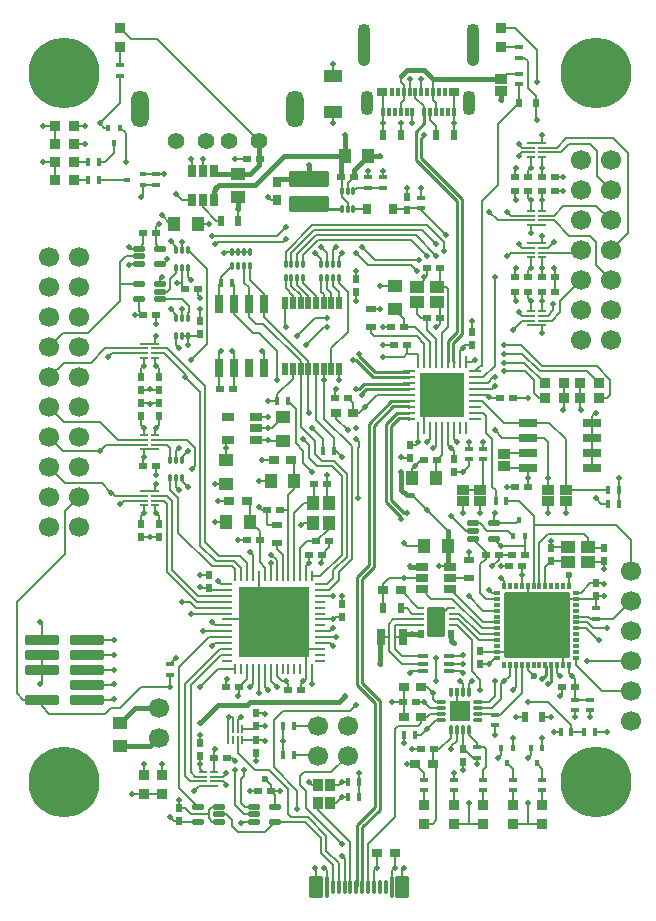
<source format=gtl>
%FSLAX46Y46*%
%MOMM*%
%ADD12C,0.200000*%
%ADD14C,0.232500*%
%ADD15C,0.250000*%
%ADD13C,0.400000*%
%AMPS60*
21,1,1.000000,0.800000,0.000000,0.000000,0.000000*
%
%ADD60PS60*%
%AMPS117*
21,1,1.000000,0.800000,0.000000,0.000000,90.000000*
%
%ADD117PS117*%
%AMPS99*
21,1,1.000000,0.800000,0.000000,0.000000,270.000000*
%
%ADD99PS99*%
%AMPS64*
1,1,1.400000,0.000000,0.000000*
%
%ADD64PS64*%
%AMPS30*
1,1,1.700000,0.000000,0.000000*
%
%ADD30PS30*%
%AMPS89*
1,1,1.700000,0.000000,0.000000*
%
%ADD89PS89*%
%AMPS31*
1,1,1.700000,0.000000,0.000000*
%
%ADD31PS31*%
%AMPS83*
1,1,1.700000,0.000000,0.000000*
%
%ADD83PS83*%
%AMPS66*
1,1,1.400000,0.000000,0.000000*
%
%ADD66PS66*%
%AMPS34*
1,1,1.700000,0.000000,0.000000*
%
%ADD34PS34*%
%AMPS65*
1,1,1.400000,0.000000,0.000000*
%
%ADD65PS65*%
%AMPS33*
1,1,1.700000,0.000000,0.000000*
%
%ADD33PS33*%
%AMPS90*
1,1,1.700000,0.000000,0.000000*
%
%ADD90PS90*%
%AMPS32*
1,1,1.700000,0.000000,0.000000*
%
%ADD32PS32*%
%AMPS82*
1,1,1.700000,0.000000,0.000000*
%
%ADD82PS82*%
%AMPS29*
1,1,1.700000,0.000000,0.000000*
%
%ADD29PS29*%
%AMPS69*
21,1,0.700000,1.000000,0.000000,0.000000,90.000000*
%
%ADD69PS69*%
%AMPS102*
21,1,0.700000,1.000000,0.000000,0.000000,180.000000*
%
%ADD102PS102*%
%AMPS115*
21,1,0.700000,1.000000,0.000000,0.000000,270.000000*
%
%ADD115PS115*%
%AMPS77*
21,1,0.800000,0.800000,0.000000,0.000000,0.000000*
%
%ADD77PS77*%
%AMPS35*
21,1,0.800000,0.800000,0.000000,0.000000,90.000000*
%
%ADD35PS35*%
%AMPS16*
21,1,0.800000,0.800000,0.000000,0.000000,180.000000*
%
%ADD16PS16*%
%AMPS61*
21,1,0.800000,0.800000,0.000000,0.000000,270.000000*
%
%ADD61PS61*%
%AMPS71*
21,1,0.450000,1.050000,0.000000,0.000000,0.000000*
%
%ADD71PS71*%
%AMPS70*
21,1,0.450000,1.050000,0.000000,0.000000,180.000000*
%
%ADD70PS70*%
%AMPS78*
21,1,1.000000,1.250000,0.000000,0.000000,0.000000*
%
%ADD78PS78*%
%AMPS79*
21,1,1.000000,1.250000,0.000000,0.000000,90.000000*
%
%ADD79PS79*%
%AMPS62*
21,1,1.000000,1.250000,0.000000,0.000000,180.000000*
%
%ADD62PS62*%
%AMPS68*
21,1,1.000000,1.250000,0.000000,0.000000,270.000000*
%
%ADD68PS68*%
%AMPS36*
21,1,0.600000,0.500000,0.000000,0.000000,0.000000*
%
%ADD36PS36*%
%AMPS18*
21,1,0.600000,0.500000,0.000000,0.000000,90.000000*
%
%ADD18PS18*%
%AMPS17*
21,1,0.600000,0.500000,0.000000,0.000000,180.000000*
%
%ADD17PS17*%
%AMPS19*
21,1,0.600000,0.500000,0.000000,0.000000,270.000000*
%
%ADD19PS19*%
%AMPS40*
21,1,0.700000,1.300000,0.000000,0.000000,0.000000*
%
%ADD40PS40*%
%AMPS91*
21,1,0.510000,0.400000,0.000000,0.000000,90.000000*
%
%ADD91PS91*%
%AMPS25*
21,1,0.510000,0.400000,0.000000,0.000000,180.000000*
%
%ADD25PS25*%
%AMPS42*
21,1,0.510000,0.400000,0.000000,0.000000,270.000000*
%
%ADD42PS42*%
%AMPS109*
21,1,0.900000,0.700000,0.000000,0.000000,180.000000*
%
%ADD109PS109*%
%AMPS58*
21,1,0.800000,0.750000,0.000000,0.000000,0.000000*
%
%ADD58PS58*%
%AMPS26*
21,1,0.800000,0.750000,0.000000,0.000000,180.000000*
%
%ADD26PS26*%
%AMPS101*
21,1,0.800000,0.750000,0.000000,0.000000,270.000000*
%
%ADD101PS101*%
%AMPS44*
21,1,1.200000,1.000000,0.000000,0.000000,0.000000*
%
%ADD44PS44*%
%AMPS88*
21,1,1.200000,1.000000,0.000000,0.000000,90.000000*
%
%ADD88PS88*%
%AMPS116*
21,1,1.200000,1.000000,0.000000,0.000000,180.000000*
%
%ADD116PS116*%
%AMPS107*
21,1,0.300000,0.700000,0.000000,0.000000,180.000000*
%
%ADD107PS107*%
%AMPS114*
21,1,0.600000,1.500000,0.000000,0.000000,0.000000*
%
%ADD114PS114*%
%AMPS97*
21,1,0.600000,1.500000,0.000000,0.000000,90.000000*
%
%ADD97PS97*%
%AMPS113*
21,1,0.600000,1.500000,0.000000,0.000000,180.000000*
%
%ADD113PS113*%
%AMPS98*
21,1,0.600000,1.500000,0.000000,0.000000,270.000000*
%
%ADD98PS98*%
%AMPS57*
21,1,0.400000,0.600000,0.000000,0.000000,0.000000*
%
%ADD57PS57*%
%AMPS43*
21,1,0.400000,0.600000,0.000000,0.000000,90.000000*
%
%ADD43PS43*%
%AMPS45*
21,1,0.400000,0.600000,0.000000,0.000000,180.000000*
%
%ADD45PS45*%
%AMPS41*
21,1,0.400000,0.600000,0.000000,0.000000,270.000000*
%
%ADD41PS41*%
%AMPS47*
21,1,0.200000,0.700000,0.000000,0.000000,0.000000*
%
%ADD47PS47*%
%AMPS48*
21,1,0.200000,0.700000,0.000000,0.000000,90.000000*
%
%ADD48PS48*%
%AMPS46*
21,1,0.200000,0.700000,0.000000,0.000000,180.000000*
%
%ADD46PS46*%
%AMPS49*
21,1,0.200000,0.700000,0.000000,0.000000,270.000000*
%
%ADD49PS49*%
%AMPS100*
21,1,0.500000,0.900000,0.000000,0.000000,0.000000*
%
%ADD100PS100*%
%AMPS103*
21,1,0.500000,0.900000,0.000000,0.000000,90.000000*
%
%ADD103PS103*%
%AMPS59*
21,1,0.500000,0.900000,0.000000,0.000000,180.000000*
%
%ADD59PS59*%
%AMPS76*
21,1,0.830000,0.630000,0.000000,0.000000,90.000000*
%
%ADD76PS76*%
%AMPS75*
21,1,0.830000,0.630000,0.000000,0.000000,270.000000*
%
%ADD75PS75*%
%AMPS37*
21,1,1.000000,1.600000,0.000000,0.000000,90.000000*
%
%ADD37PS37*%
%AMPS56*
21,1,1.750000,1.750000,0.000000,0.000000,0.000000*
%
%ADD56PS56*%
%AMPS20*
21,1,3.700000,3.700000,0.000000,0.000000,0.000000*
%
%ADD20PS20*%
%AMPS128*
1,1,0.600000,0.000000,0.000000*
%
%ADD128PS128*%
%AMPS135*
1,1,0.600000,0.000000,0.000000*
%
%ADD135PS135*%
%AMPS130*
1,1,0.600000,0.000000,0.000000*
%
%ADD130PS130*%
%AMPS132*
1,1,0.600000,0.000000,0.000000*
%
%ADD132PS132*%
%AMPS133*
1,1,0.600000,0.000000,0.000000*
%
%ADD133PS133*%
%AMPS134*
1,1,0.600000,0.000000,0.000000*
%
%ADD134PS134*%
%AMPS136*
1,1,0.600000,0.000000,0.000000*
%
%ADD136PS136*%
%AMPS129*
1,1,0.600000,0.000000,0.000000*
%
%ADD129PS129*%
%AMPS126*
1,1,0.600000,0.000000,0.000000*
%
%ADD126PS126*%
%AMPS131*
1,1,0.600000,0.000000,0.000000*
%
%ADD131PS131*%
%AMPS137*
1,1,0.600000,0.000000,0.000000*
%
%ADD137PS137*%
%AMPS108*
4,1,4,
-0.550000,0.750000,
0.550000,0.750000,
0.550000,-1.750000,
-0.550000,-1.750000,
-0.550000,0.750000,
0
*
1,1,1.100000,0.000000,-1.750000*
1,1,1.100000,0.000000,0.750000*
%
%ADD108PS108*%
%AMPS110*
4,1,4,
-0.550000,0.750000,
0.550000,0.750000,
0.550000,-1.750000,
-0.550000,-1.750000,
-0.550000,0.750000,
0
*
1,1,1.100000,0.000000,-1.750000*
1,1,1.100000,0.000000,0.750000*
%
%ADD110PS110*%
%AMPS112*
21,1,1.000000,1.100000,0.000000,0.000000,270.000000*
1,1,1.100000,0.000000,-0.500000*
1,1,1.100000,0.000000,0.500000*
%
%ADD112PS112*%
%AMPS111*
21,1,1.000000,1.100000,0.000000,0.000000,270.000000*
1,1,1.100000,0.000000,-0.500000*
1,1,1.100000,0.000000,0.500000*
%
%ADD111PS111*%
%AMPS63*
21,1,1.640000,1.500000,0.000000,0.000000,270.000000*
1,1,1.500000,0.000000,-0.820000*
1,1,1.500000,0.000000,0.820000*
%
%ADD63PS63*%
%AMPS67*
21,1,1.640000,1.500000,0.000000,0.000000,270.000000*
1,1,1.500000,0.000000,-0.820000*
1,1,1.500000,0.000000,0.820000*
%
%ADD67PS67*%
%AMPS125*
1,1,0.500000,0.000000,0.000000*
%
%ADD125PS125*%
%AMPS124*
1,1,0.500000,0.000000,0.000000*
%
%ADD124PS124*%
%AMPS123*
1,1,0.500000,0.000000,0.000000*
%
%ADD123PS123*%
%AMPS127*
1,1,0.500000,0.000000,0.000000*
%
%ADD127PS127*%
%AMPS85*
1,1,0.100000,0.175000,0.075000*
1,1,0.100000,-0.175000,-0.075000*
1,1,0.100000,-0.175000,0.075000*
21,1,0.250000,0.350000,0.000000,0.000000,90.000000*
21,1,0.150000,0.450000,0.000000,0.000000,90.000000*
1,1,0.100000,0.175000,-0.075000*
%
%ADD85PS85*%
%AMPS84*
1,1,0.100000,-0.175000,-0.075000*
1,1,0.100000,0.175000,0.075000*
1,1,0.100000,0.175000,-0.075000*
21,1,0.250000,0.350000,0.000000,0.000000,270.000000*
21,1,0.150000,0.450000,0.000000,0.000000,270.000000*
1,1,0.100000,-0.175000,0.075000*
%
%ADD84PS84*%
%AMPS122*
1,1,0.400000,-2.600000,-2.600000*
1,1,0.400000,2.600000,2.600000*
1,1,0.400000,2.600000,-2.600000*
21,1,5.600000,5.200000,0.000000,0.000000,270.000000*
21,1,5.200000,5.600000,0.000000,0.000000,270.000000*
1,1,0.400000,-2.600000,2.600000*
%
%ADD122PS122*%
%AMPS50*
1,1,0.100000,0.100000,-0.275000*
1,1,0.100000,-0.100000,0.275000*
1,1,0.100000,0.100000,0.275000*
21,1,0.300000,0.550000,0.000000,0.000000,0.000000*
21,1,0.200000,0.650000,0.000000,0.000000,0.000000*
1,1,0.100000,-0.100000,-0.275000*
%
%ADD50PS50*%
%AMPS51*
1,1,0.100000,-0.100000,0.275000*
1,1,0.100000,0.100000,-0.275000*
1,1,0.100000,-0.100000,-0.275000*
21,1,0.300000,0.550000,0.000000,0.000000,180.000000*
21,1,0.200000,0.650000,0.000000,0.000000,180.000000*
1,1,0.100000,0.100000,0.275000*
%
%ADD51PS51*%
%AMPS119*
1,1,0.100000,0.100000,-0.225000*
1,1,0.100000,-0.100000,0.225000*
1,1,0.100000,0.100000,0.225000*
21,1,0.300000,0.450000,0.000000,0.000000,0.000000*
21,1,0.200000,0.550000,0.000000,0.000000,0.000000*
1,1,0.100000,-0.100000,-0.225000*
%
%ADD119PS119*%
%AMPS120*
1,1,0.100000,0.225000,0.100000*
1,1,0.100000,-0.225000,-0.100000*
1,1,0.100000,-0.225000,0.100000*
21,1,0.300000,0.450000,0.000000,0.000000,90.000000*
21,1,0.200000,0.550000,0.000000,0.000000,90.000000*
1,1,0.100000,0.225000,-0.100000*
%
%ADD120PS120*%
%AMPS121*
1,1,0.100000,-0.100000,0.225000*
1,1,0.100000,0.100000,-0.225000*
1,1,0.100000,-0.100000,-0.225000*
21,1,0.300000,0.450000,0.000000,0.000000,180.000000*
21,1,0.200000,0.550000,0.000000,0.000000,180.000000*
1,1,0.100000,0.100000,0.225000*
%
%ADD121PS121*%
%AMPS118*
1,1,0.100000,-0.225000,-0.100000*
1,1,0.100000,0.225000,0.100000*
1,1,0.100000,0.225000,-0.100000*
21,1,0.300000,0.450000,0.000000,0.000000,270.000000*
21,1,0.200000,0.550000,0.000000,0.000000,270.000000*
1,1,0.100000,-0.225000,0.100000*
%
%ADD118PS118*%
%AMPS24*
1,1,0.100000,0.070000,-0.475000*
1,1,0.100000,-0.070000,0.475000*
1,1,0.100000,0.070000,0.475000*
21,1,0.240000,0.950000,0.000000,0.000000,0.000000*
21,1,0.140000,1.050000,0.000000,0.000000,0.000000*
1,1,0.100000,-0.070000,-0.475000*
%
%ADD24PS24*%
%AMPS22*
1,1,0.100000,0.475000,0.070000*
1,1,0.100000,-0.475000,-0.070000*
1,1,0.100000,-0.475000,0.070000*
21,1,0.240000,0.950000,0.000000,0.000000,90.000000*
21,1,0.140000,1.050000,0.000000,0.000000,90.000000*
1,1,0.100000,0.475000,-0.070000*
%
%ADD22PS22*%
%AMPS21*
1,1,0.100000,-0.070000,0.475000*
1,1,0.100000,0.070000,-0.475000*
1,1,0.100000,-0.070000,-0.475000*
21,1,0.240000,0.950000,0.000000,0.000000,180.000000*
21,1,0.140000,1.050000,0.000000,0.000000,180.000000*
1,1,0.100000,0.070000,0.475000*
%
%ADD21PS21*%
%AMPS23*
1,1,0.100000,-0.475000,-0.070000*
1,1,0.100000,0.475000,0.070000*
1,1,0.100000,0.475000,-0.070000*
21,1,0.240000,0.950000,0.000000,0.000000,270.000000*
21,1,0.140000,1.050000,0.000000,0.000000,270.000000*
1,1,0.100000,-0.475000,0.070000*
%
%ADD23PS23*%
%AMPS73*
1,1,0.200000,0.490000,-0.825000*
1,1,0.200000,-0.490000,0.825000*
1,1,0.200000,0.490000,0.825000*
21,1,1.180000,1.650000,0.000000,0.000000,0.000000*
21,1,0.980000,1.850000,0.000000,0.000000,0.000000*
1,1,0.200000,-0.490000,-0.825000*
%
%ADD73PS73*%
%AMPS87*
1,1,0.200000,-0.650000,1.150000*
1,1,0.200000,0.650000,-1.150000*
1,1,0.200000,-0.650000,-1.150000*
21,1,1.500000,2.300000,0.000000,0.000000,180.000000*
21,1,1.300000,2.500000,0.000000,0.000000,180.000000*
1,1,0.200000,0.650000,1.150000*
%
%ADD87PS87*%
%AMPS38*
1,1,0.100000,0.100000,-0.285000*
1,1,0.100000,-0.100000,0.285000*
1,1,0.100000,0.100000,0.285000*
21,1,0.300000,0.570000,0.000000,0.000000,0.000000*
21,1,0.200000,0.670000,0.000000,0.000000,0.000000*
1,1,0.100000,-0.100000,-0.285000*
%
%ADD38PS38*%
%AMPS39*
1,1,0.100000,-0.100000,0.285000*
1,1,0.100000,0.100000,-0.285000*
1,1,0.100000,-0.100000,-0.285000*
21,1,0.300000,0.570000,0.000000,0.000000,180.000000*
21,1,0.200000,0.670000,0.000000,0.000000,180.000000*
1,1,0.100000,0.100000,0.285000*
%
%ADD39PS39*%
%AMPS104*
1,1,0.200000,1.300000,0.300000*
1,1,0.200000,-1.300000,-0.300000*
1,1,0.200000,-1.300000,0.300000*
21,1,0.800000,2.600000,0.000000,0.000000,90.000000*
21,1,0.600000,2.800000,0.000000,0.000000,90.000000*
1,1,0.200000,1.300000,-0.300000*
%
%ADD104PS104*%
%AMPS74*
1,1,0.200000,0.050000,-0.825000*
1,1,0.200000,-0.050000,0.825000*
1,1,0.200000,0.050000,0.825000*
21,1,0.300000,1.650000,0.000000,0.000000,0.000000*
21,1,0.100000,1.850000,0.000000,0.000000,0.000000*
1,1,0.200000,-0.050000,-0.825000*
%
%ADD74PS74*%
%AMPS86*
1,1,0.200000,0.150000,0.275000*
1,1,0.200000,-0.150000,-0.275000*
1,1,0.200000,-0.150000,0.275000*
21,1,0.750000,0.300000,0.000000,0.000000,90.000000*
21,1,0.550000,0.500000,0.000000,0.000000,90.000000*
1,1,0.200000,0.150000,-0.275000*
%
%ADD86PS86*%
%AMPS105*
1,1,0.200000,1.600000,-0.550000*
1,1,0.200000,-1.600000,0.550000*
1,1,0.200000,1.600000,0.550000*
21,1,3.400000,1.100000,0.000000,0.000000,0.000000*
21,1,3.200000,1.300000,0.000000,0.000000,0.000000*
1,1,0.200000,-1.600000,-0.550000*
%
%ADD105PS105*%
%AMPS106*
1,1,0.200000,-1.600000,0.550000*
1,1,0.200000,1.600000,-0.550000*
1,1,0.200000,-1.600000,-0.550000*
21,1,3.400000,1.100000,0.000000,0.000000,180.000000*
21,1,3.200000,1.300000,0.000000,0.000000,180.000000*
1,1,0.200000,1.600000,0.550000*
%
%ADD106PS106*%
%AMPS92*
1,1,0.100000,0.070000,-0.375000*
1,1,0.100000,-0.070000,0.375000*
1,1,0.100000,0.070000,0.375000*
21,1,0.240000,0.750000,0.000000,0.000000,0.000000*
21,1,0.140000,0.850000,0.000000,0.000000,0.000000*
1,1,0.100000,-0.070000,-0.375000*
%
%ADD92PS92*%
%AMPS93*
1,1,0.100000,0.375000,0.070000*
1,1,0.100000,-0.375000,-0.070000*
1,1,0.100000,-0.375000,0.070000*
21,1,0.240000,0.750000,0.000000,0.000000,90.000000*
21,1,0.140000,0.850000,0.000000,0.000000,90.000000*
1,1,0.100000,0.375000,-0.070000*
%
%ADD93PS93*%
%AMPS94*
1,1,0.100000,-0.070000,0.375000*
1,1,0.100000,0.070000,-0.375000*
1,1,0.100000,-0.070000,-0.375000*
21,1,0.240000,0.750000,0.000000,0.000000,180.000000*
21,1,0.140000,0.850000,0.000000,0.000000,180.000000*
1,1,0.100000,0.070000,0.375000*
%
%ADD94PS94*%
%AMPS95*
1,1,0.100000,-0.375000,-0.070000*
1,1,0.100000,0.375000,0.070000*
1,1,0.100000,0.375000,-0.070000*
21,1,0.240000,0.750000,0.000000,0.000000,270.000000*
21,1,0.140000,0.850000,0.000000,0.000000,270.000000*
1,1,0.100000,-0.375000,0.070000*
%
%ADD95PS95*%
%AMPS27*
1,1,0.100000,0.450000,0.162500*
1,1,0.100000,-0.450000,-0.162500*
1,1,0.100000,-0.450000,0.162500*
21,1,0.425000,0.900000,0.000000,0.000000,90.000000*
21,1,0.325000,1.000000,0.000000,0.000000,90.000000*
1,1,0.100000,0.450000,-0.162500*
%
%ADD27PS27*%
%AMPS28*
1,1,0.100000,-0.450000,-0.162500*
1,1,0.100000,0.450000,0.162500*
1,1,0.100000,0.450000,-0.162500*
21,1,0.425000,0.900000,0.000000,0.000000,270.000000*
21,1,0.325000,1.000000,0.000000,0.000000,270.000000*
1,1,0.100000,-0.450000,0.162500*
%
%ADD28PS28*%
%AMPS72*
1,1,0.200000,0.050000,-0.525000*
1,1,0.200000,-0.050000,0.525000*
1,1,0.200000,0.050000,0.525000*
21,1,0.300000,1.050000,0.000000,0.000000,0.000000*
21,1,0.100000,1.250000,0.000000,0.000000,0.000000*
1,1,0.200000,-0.050000,-0.525000*
%
%ADD72PS72*%
%AMPS80*
1,1,0.200000,0.350000,0.100000*
1,1,0.200000,-0.350000,-0.100000*
1,1,0.200000,-0.350000,0.100000*
21,1,0.400000,0.700000,0.000000,0.000000,90.000000*
21,1,0.200000,0.900000,0.000000,0.000000,90.000000*
1,1,0.200000,0.350000,-0.100000*
%
%ADD80PS80*%
%AMPS81*
1,1,0.200000,-0.350000,-0.100000*
1,1,0.200000,0.350000,0.100000*
1,1,0.200000,0.350000,-0.100000*
21,1,0.400000,0.700000,0.000000,0.000000,270.000000*
21,1,0.200000,0.900000,0.000000,0.000000,270.000000*
1,1,0.200000,-0.350000,0.100000*
%
%ADD81PS81*%
%AMPS10*
1,1,6.000000,0.000000,0.000000*
%
%ADD10PS10*%
%AMPS11*
1,1,6.000000,0.000000,0.000000*
%
%ADD11PS11*%
%AMPS55*
1,1,0.300000,0.000000,0.250000*
4,1,4,
-0.150000,-0.400000,
-0.150000,0.250000,
0.150000,0.250000,
0.150000,-0.400000,
-0.150000,-0.400000,
0
*
%
%ADD55PS55*%
%AMPS54*
1,1,0.300000,-0.250000,0.000000*
4,1,4,
0.400000,-0.150000,
-0.250000,-0.150000,
-0.250000,0.150000,
0.400000,0.150000,
0.400000,-0.150000,
0
*
%
%ADD54PS54*%
%AMPS53*
1,1,0.300000,0.000000,-0.250000*
4,1,4,
0.150000,0.400000,
0.150000,-0.250000,
-0.150000,-0.250000,
-0.150000,0.400000,
0.150000,0.400000,
0
*
%
%ADD53PS53*%
%AMPS52*
1,1,0.300000,0.250000,0.000000*
4,1,4,
-0.400000,0.150000,
0.250000,0.150000,
0.250000,-0.150000,
-0.400000,-0.150000,
-0.400000,0.150000,
0
*
%
%ADD52PS52*%
%AMPS96*
21,1,5.900000,5.900000,0.000000,0.000000,270.000000*
%
%ADD96PS96*%
G01*
G01*
%LPD*%
D12*
X9250000Y28750000D02*
X9250000Y29425000D01*
D12*
X15500000Y12900000D02*
X15500000Y13750000D01*
D13*
X5500000Y70250000D02*
X4000000Y70250000D01*
D12*
X-3640000Y2640000D02*
X-3750000Y2750000D01*
D12*
X-3675000Y40675000D02*
X-2150000Y39150000D01*
D12*
X-5550000Y14750000D02*
X-3540000Y14750000D01*
D12*
X4050000Y47000000D02*
X4050000Y46300000D01*
D12*
X-2750000Y54775308D02*
X-3237346Y55262654D01*
D12*
X-3750000Y49250000D02*
X-2750000Y49250000D01*
D12*
X-17000000Y30700000D02*
X-17700000Y30700000D01*
D12*
X18375000Y23000000D02*
X19197892Y23000000D01*
D12*
X17950000Y14800000D02*
X16474990Y16275010D01*
D12*
X-16000000Y20000000D02*
X-15500000Y20500000D01*
D12*
X-4950000Y18300000D02*
X-4750000Y18500000D01*
D12*
X-17000000Y40250000D02*
X-17250000Y40000000D01*
D12*
X-10635000Y45050000D02*
X-10635000Y43315000D01*
D13*
X-450000Y61799936D02*
X750056Y62999992D01*
D12*
X-15824990Y33774990D02*
X-16250000Y34200000D01*
D12*
X9600000Y31900000D02*
X10200000Y31900000D01*
D12*
X-3540000Y12250000D02*
X-3520000Y12230000D01*
D12*
X13200000Y59300000D02*
X13250000Y59250000D01*
D12*
X-10000000Y8250000D02*
X-10000000Y10250000D01*
D12*
X-1750000Y27101002D02*
X-1750000Y27797892D01*
D12*
X11950000Y42500000D02*
X11050336Y42500000D01*
D12*
X750000Y1125000D02*
X750000Y4750000D01*
D12*
X-2250000Y69750000D02*
X-2250000Y70750000D01*
D13*
X-6700000Y61050000D02*
X-7000000Y60750000D01*
D12*
X-4950000Y17750000D02*
X-4950000Y18300000D01*
D12*
X4800509Y56262665D02*
X6531587Y54531587D01*
D12*
X21500000Y64500000D02*
X17500000Y64500000D01*
D12*
X-5625000Y51150000D02*
X-6250000Y51775000D01*
D12*
X13200000Y61950000D02*
X13250000Y62000000D01*
D12*
X20700000Y26800000D02*
X20750000Y26750000D01*
D12*
X-2250000Y66750000D02*
X-2250000Y65750000D01*
D12*
X-12750000Y6900000D02*
X-12450000Y6600000D01*
D12*
X-22750000Y45500000D02*
X-25040000Y45500000D01*
D12*
X-3250000Y53825000D02*
X-3250000Y54250000D01*
D12*
X2000000Y66000000D02*
X2000000Y65750000D01*
D12*
X-1000000Y59000000D02*
X-1500000Y59500000D01*
D12*
X-4300000Y28550000D02*
X-4250000Y28500000D01*
D12*
X12800000Y54800000D02*
X12500000Y54500000D01*
D12*
X-16750000Y10550000D02*
X-16750000Y11500000D01*
D12*
X16300000Y49050000D02*
X17000000Y49750000D01*
D12*
X-16000000Y34674999D02*
X-15325001Y34000000D01*
D12*
X2950000Y47000000D02*
X2000000Y47000000D01*
D12*
X13200000Y50800000D02*
X13250000Y50750000D01*
D12*
X5500000Y52750000D02*
X5500000Y52500000D01*
D12*
X-16250000Y46700000D02*
X-17300000Y46700000D01*
D12*
X-4750000Y53825000D02*
X-4750000Y54601002D01*
D12*
X-19200000Y8950000D02*
X-19250000Y9000000D01*
D12*
X20134626Y45175010D02*
X21250000Y44059636D01*
D12*
X1000000Y48000000D02*
X1000000Y48500000D01*
D12*
X7000000Y45580000D02*
X7000000Y48000000D01*
D12*
X750000Y60300000D02*
X2000000Y60300000D01*
D12*
X-7450000Y9700000D02*
X-8000000Y10250000D01*
D12*
X11625000Y21000000D02*
X12750000Y21000000D01*
D12*
X20094990Y63405010D02*
X20094990Y61255010D01*
D12*
X-18200000Y45900000D02*
X-18200000Y45300000D01*
D12*
X22750000Y63250000D02*
X21500000Y64500000D01*
D12*
X-18250000Y10550000D02*
X-18250000Y11500000D01*
D12*
X3000000Y14500000D02*
X3250000Y14750000D01*
D12*
X-24200000Y65500000D02*
X-23250000Y65500000D01*
D12*
X19450000Y29799998D02*
X19350000Y29899998D01*
D12*
X-10300000Y15200000D02*
X-10000000Y15500000D01*
D13*
X750056Y62999992D02*
X1749992Y62999992D01*
D12*
X-3025000Y51275000D02*
X-3250000Y51500000D01*
D12*
X-2250000Y55000000D02*
X-2000000Y55250000D01*
D12*
X-15000000Y52250000D02*
X-15000000Y51950000D01*
D12*
X-1725000Y50525000D02*
X-1725000Y51475000D01*
D12*
X14250000Y26625000D02*
X14250000Y24000000D01*
D12*
X10000000Y12050000D02*
X9600000Y12050000D01*
D12*
X-16300000Y38550000D02*
X-16000000Y38250000D01*
D12*
X-11930010Y19570000D02*
X-13500010Y18000000D01*
D12*
X-4325000Y51176054D02*
X-5250000Y52101054D01*
D12*
X-17000000Y44300000D02*
X-17000000Y45000000D01*
D12*
X7600000Y20650000D02*
X8650000Y20650000D01*
D12*
X-18200000Y46300000D02*
X-20950000Y46300000D01*
D12*
X6499944Y35750008D02*
X6499944Y37199944D01*
D12*
X-7750000Y31750000D02*
X-7800000Y31800000D01*
D12*
X-14750000Y10500000D02*
X-14300000Y10050000D01*
D12*
X-6000000Y27430000D02*
X-6000000Y33000000D01*
D14*
X2839574Y41783750D02*
X4136250Y41783750D01*
D12*
X-17000000Y40950000D02*
X-17000000Y40250000D01*
D12*
X-1725000Y51475000D02*
X-2250000Y52000000D01*
D12*
X-11930000Y19570000D02*
X-11930010Y19570000D01*
D12*
X-14200000Y62700000D02*
X-14250000Y62750000D01*
D12*
X-4750000Y38000000D02*
X-4750000Y37000000D01*
D12*
X15450000Y52750000D02*
X15450000Y53450000D01*
D12*
X-13250000Y61700000D02*
X-13250000Y62750000D01*
D12*
X6500000Y67500000D02*
X6500000Y66690000D01*
D12*
X10851002Y43750000D02*
X11351002Y44250000D01*
D12*
X10424999Y45174999D02*
X10254999Y45174999D01*
D12*
X6000000Y16250000D02*
X5500000Y16750000D01*
D12*
X-2050000Y43200000D02*
X-2000000Y43250000D01*
D12*
X3500000Y67500000D02*
X3750000Y67750000D01*
D12*
X-14500000Y54990000D02*
X-12924990Y53414990D01*
D12*
X-8900000Y6600000D02*
X-9900000Y6600000D01*
D12*
X-12924990Y53414990D02*
X-12924990Y47515374D01*
D12*
X-2250000Y1125000D02*
X-2250000Y3000000D01*
D12*
X-13499989Y29999989D02*
X-12175010Y28675010D01*
D12*
X-13074979Y30324979D02*
X-13074979Y43524979D01*
D13*
X-9250056Y61499944D02*
X-10250008Y61499944D01*
D14*
X216250Y27160426D02*
X1216250Y28160426D01*
D12*
X14950000Y68050000D02*
X14950000Y67500000D01*
D12*
X-18650000Y50850000D02*
X-18650000Y49850000D01*
D12*
X13550000Y67500000D02*
X11750000Y65700000D01*
D12*
X-8125000Y48750000D02*
X-4975000Y45600000D01*
D12*
X-20250000Y50750000D02*
X-20250000Y52250000D01*
D12*
X-18500000Y40250000D02*
X-18250000Y40000000D01*
D12*
X9500000Y49000000D02*
X9500000Y48050000D01*
D12*
X12000000Y12250000D02*
X11750000Y12000000D01*
D12*
X23000000Y27850000D02*
X23000000Y30500000D01*
D12*
X16425000Y49925000D02*
X16425000Y50489704D01*
D14*
X-216250Y27339574D02*
X783750Y28339574D01*
D12*
X16250000Y28699998D02*
X17550000Y28699998D01*
D12*
X-1500000Y35898946D02*
X-1500000Y29250000D01*
D13*
X-1249944Y64749944D02*
X-1250000Y64750000D01*
D12*
X8250000Y16250000D02*
X8500000Y16000000D01*
D12*
X13250000Y18000000D02*
X13000000Y17750000D01*
D12*
X-2500000Y22750000D02*
X-2250000Y23000000D01*
D12*
X11485704Y18507148D02*
X11485704Y17235704D01*
D12*
X7000000Y37700000D02*
X6550000Y37250000D01*
D12*
X-1500000Y61200000D02*
X-1550000Y61250000D01*
D12*
X-13500000Y11500000D02*
X-13500000Y12200000D01*
D12*
X19500000Y64000000D02*
X20094990Y63405010D01*
D12*
X13750000Y28200000D02*
X13800000Y28250000D01*
D12*
X-17300000Y35200000D02*
X-17250000Y35250000D01*
D12*
X15500000Y6450000D02*
X14300000Y6450000D01*
D12*
X15000000Y72000000D02*
X15000000Y69250000D01*
D12*
X9000000Y45580000D02*
X9580000Y45580000D01*
D12*
X3000008Y50000056D02*
X3800000Y49200064D01*
D12*
X9250000Y6500000D02*
X9250000Y8250000D01*
D12*
X-3320000Y22750000D02*
X-2500000Y22750000D01*
D12*
X-2250000Y52000000D02*
X-2250000Y52675000D01*
D12*
X-9900000Y6600000D02*
X-10000000Y6500000D01*
D12*
X-17300000Y34600000D02*
X-17300000Y35200000D01*
D12*
X15301054Y44750000D02*
X13801054Y46250000D01*
D12*
X13800000Y55200000D02*
X13500000Y55500000D01*
D12*
X-8000000Y27430000D02*
X-8000000Y28148998D01*
D12*
X20650000Y28599998D02*
X20750000Y28699998D01*
D12*
X6500000Y18500000D02*
X6500000Y20500000D01*
D12*
X15250000Y30250000D02*
X15250000Y30000000D01*
D12*
X17500000Y34750000D02*
X21050000Y34750000D01*
D12*
X4367863Y53750000D02*
X724692Y53750000D01*
D12*
X-10750000Y28250000D02*
X-10500000Y28000000D01*
D12*
X-15500000Y47000000D02*
X-15250000Y46750000D01*
D12*
X5750000Y32999944D02*
X7499944Y31250000D01*
D12*
X5738317Y57112685D02*
X7140563Y55710439D01*
D12*
X15450000Y64100000D02*
X15450000Y64700000D01*
D12*
X5500000Y67190000D02*
X5500000Y66690000D01*
D12*
X-20700000Y34200000D02*
X-21000000Y34500000D01*
D12*
X-7500056Y35500008D02*
X-8499992Y35500008D01*
D12*
X-15700056Y57250008D02*
X-16000008Y57250008D01*
D12*
X5500000Y45580000D02*
X5500000Y47101002D01*
D12*
X13800000Y63300000D02*
X13500000Y63000000D01*
D12*
X-16000000Y19050000D02*
X-16000000Y18000000D01*
D12*
X-11180000Y25250000D02*
X-13750000Y25250000D01*
D12*
X21270000Y52460000D02*
X20000000Y53730000D01*
D12*
X-2600000Y31450000D02*
X-2600000Y31900000D01*
D14*
X15783750Y19033750D02*
X15500000Y18750000D01*
D12*
X-18200000Y38150000D02*
X-18200000Y37550000D01*
D13*
X5300000Y28200000D02*
X4300000Y28200000D01*
D12*
X11400000Y31900000D02*
X11400000Y32650000D01*
D12*
X3750000Y16800000D02*
X3700000Y16750000D01*
D12*
X17250000Y25500000D02*
X15000000Y23250000D01*
D12*
X-8000000Y19570000D02*
X-8000000Y18000000D01*
D14*
X4136250Y43716250D02*
X410426Y43716250D01*
D12*
X5500000Y41250000D02*
X5750000Y41500000D01*
D12*
X22750000Y56480000D02*
X22750000Y63250000D01*
D12*
X-16550000Y61450000D02*
X-16500000Y61500000D01*
D12*
X-11180000Y20750000D02*
X-11705000Y20750000D01*
D12*
X-4325000Y44975000D02*
X-4325000Y45600000D01*
D12*
X11250000Y26000000D02*
X11000000Y26250000D01*
D12*
X-12300000Y9650000D02*
X-13200000Y9650000D01*
D12*
X-9035000Y48000000D02*
X-10635000Y49600000D01*
D12*
X-11180000Y25750000D02*
X-13648946Y25750000D01*
D12*
X20500000Y33500000D02*
X20000000Y34000000D01*
D12*
X1500000Y2750000D02*
X1500000Y4000000D01*
D12*
X6500000Y6750000D02*
X6500000Y11250000D01*
D12*
X-20770000Y20770000D02*
X-20750000Y20750000D01*
D12*
X14550000Y57150000D02*
X14550000Y56550000D01*
D13*
X3500000Y36250000D02*
X3500000Y34750000D01*
D12*
X-12750008Y57250008D02*
X-12750000Y57250000D01*
D12*
X-8750000Y12450000D02*
X-8750000Y11750000D01*
D12*
X-4750000Y37000000D02*
X-4000000Y36250000D01*
D14*
X5216250Y62839574D02*
X5216250Y63500000D01*
D12*
X-23100000Y20770000D02*
X-20770000Y20770000D01*
D12*
X-17000000Y42050000D02*
X-17700000Y42050000D01*
D12*
X14250000Y71000000D02*
X14250000Y68750000D01*
D12*
X14300000Y40405000D02*
X16095000Y40405000D01*
D12*
X14300000Y53300000D02*
X14500000Y53500000D01*
D12*
X14300000Y35000000D02*
X14300000Y35700000D01*
D12*
X-7500000Y59250000D02*
X-7750000Y59500000D01*
D12*
X13800000Y49050000D02*
X13000000Y48250000D01*
D12*
X-8900000Y7900000D02*
X-9650000Y7900000D01*
D12*
X2000000Y66690000D02*
X2000000Y68340000D01*
D12*
X-17800000Y30700000D02*
X-17750000Y30750000D01*
D12*
X-7800000Y33000000D02*
X-8250000Y33000000D01*
D12*
X19350000Y30650000D02*
X19000000Y31000000D01*
D12*
X5450000Y37250000D02*
X5250000Y37250000D01*
D12*
X11625000Y23000000D02*
X10350346Y23000000D01*
D12*
X-18500000Y43200000D02*
X-17800000Y43200000D01*
D12*
X13950000Y71300000D02*
X14250000Y71000000D01*
D12*
X-7100000Y8900000D02*
X-7450000Y9250000D01*
D12*
X-11250000Y7250000D02*
X-10750000Y6750000D01*
D12*
X-2351054Y36750000D02*
X-1500000Y35898946D01*
D12*
X-17300000Y45900000D02*
X-17300000Y45300000D01*
D12*
X10424999Y59174999D02*
X10424999Y45174999D01*
D12*
X7000000Y15250000D02*
X6500000Y15250000D01*
D12*
X15450000Y50700000D02*
X15500000Y50750000D01*
D12*
X-7500000Y18500000D02*
X-7000000Y18000000D01*
D12*
X-6500000Y55750000D02*
X-12000001Y55749999D01*
D12*
X21750000Y31750000D02*
X14750000Y31750000D01*
D12*
X3000000Y2750000D02*
X3000000Y4000000D01*
D12*
X-15250000Y6700000D02*
X-15700000Y6700000D01*
D12*
X3800000Y14000000D02*
X3800000Y13300000D01*
D12*
X18300000Y18000000D02*
X18300000Y18700000D01*
D13*
X7800000Y21950000D02*
X8000000Y21750000D01*
D12*
X-4500000Y28250000D02*
X-4250000Y28500000D01*
D12*
X-4975000Y51225000D02*
X-5750000Y52000000D01*
D12*
X19500000Y56250000D02*
X17750000Y56250000D01*
D12*
X-11300000Y18000000D02*
X-11300000Y18636826D01*
D12*
X5400000Y20650000D02*
X3600000Y20650000D01*
D12*
X-14998998Y50850000D02*
X-14424999Y50276001D01*
D12*
X12000000Y30000000D02*
X14000000Y30000000D01*
D13*
X-12100000Y60250000D02*
X-11850000Y60500000D01*
D12*
X5700000Y48300000D02*
X5700000Y49250000D01*
D12*
X-25040000Y40500000D02*
X-22000000Y40500000D01*
D12*
X7500000Y38500000D02*
X7750000Y38250000D01*
D12*
X-6000000Y7250000D02*
X-5775010Y7025010D01*
D12*
X-4500000Y7750000D02*
X-1500000Y4750000D01*
D12*
X-3050000Y38000000D02*
X-3050000Y39050000D01*
D12*
X-7759818Y38972320D02*
X-7709818Y38922320D01*
D12*
X-15500000Y47760000D02*
X-15500000Y47000000D01*
D12*
X-17200000Y49500000D02*
X-17200000Y48800000D01*
D12*
X17750000Y64000000D02*
X19500000Y64000000D01*
D12*
X-26900000Y23400000D02*
X-27000000Y23500000D01*
D12*
X-18200000Y32800000D02*
X-18250000Y32750000D01*
D12*
X-11700000Y52725000D02*
X-10750000Y53675000D01*
D12*
X-15000000Y49240000D02*
X-15000000Y50000000D01*
D12*
X20000000Y53730000D02*
X20000000Y55750000D01*
D12*
X14750000Y32500000D02*
X14750000Y31750000D01*
D12*
X14300000Y50950000D02*
X14500000Y50750000D01*
D14*
X2660426Y42216250D02*
X4136250Y42216250D01*
D12*
X16550000Y53450000D02*
X16500000Y53500000D01*
D12*
X10250000Y33750000D02*
X10250000Y32750000D01*
D12*
X17750000Y19250000D02*
X18000000Y19000000D01*
D12*
X-18200000Y38550000D02*
X-21450000Y38550000D01*
D12*
X5750000Y14500000D02*
X5250000Y14000000D01*
D12*
X-14300000Y10050000D02*
X-13200000Y10050000D01*
D12*
X11450000Y15750000D02*
X11500000Y15700000D01*
D12*
X-17700000Y42050000D02*
X-17750000Y42000000D01*
D12*
X18300000Y17000000D02*
X18250000Y16950000D01*
D12*
X18375000Y25500000D02*
X17250000Y25500000D01*
D12*
X-50000Y10000000D02*
X-50000Y8750000D01*
D12*
X7750000Y14500000D02*
X7750000Y13750000D01*
D12*
X6750000Y12750000D02*
X6300000Y12750000D01*
D12*
X-750000Y4900000D02*
X-3500000Y7650000D01*
D12*
X-15500000Y35760000D02*
X-15500000Y35000000D01*
D12*
X3613590Y20000000D02*
X2500000Y21113590D01*
D12*
X7650000Y28250000D02*
X7700000Y28200000D01*
D12*
X15450000Y54400000D02*
X15450000Y53550000D01*
D12*
X-11905000Y45050000D02*
X-11905000Y43355000D01*
D12*
X14550000Y57950000D02*
X12800000Y57950000D01*
D12*
X-18200000Y34200000D02*
X-20700000Y34200000D01*
D12*
X-1750000Y52250000D02*
X-1750000Y52675000D01*
D12*
X-10500000Y8000000D02*
X-10500000Y11000000D01*
D12*
X-6050000Y18300000D02*
X-6250000Y18500000D01*
D12*
X2000000Y66690000D02*
X2000000Y66000000D01*
D12*
X-16850000Y52650000D02*
X-16750000Y52750000D01*
D12*
X-17300000Y39950000D02*
X-17250000Y40000000D01*
D12*
X-15500000Y49525308D02*
X-15987346Y50012654D01*
D12*
X-7450000Y9250000D02*
X-6750000Y9250000D01*
D12*
X750000Y61200000D02*
X750000Y61750000D01*
D14*
X5500000Y65750000D02*
X5500000Y66690000D01*
D12*
X20750000Y28699998D02*
X20750000Y28000000D01*
D12*
X13500000Y67550000D02*
X13550000Y67500000D01*
D12*
X6800000Y52100000D02*
X6600000Y51900000D01*
D12*
X17000000Y50730000D02*
X18730000Y52460000D01*
D12*
X-11250008Y35249944D02*
X-12249944Y35249944D01*
D12*
X13200000Y51500000D02*
X13200000Y50800000D01*
D12*
X9250000Y18250000D02*
X9500000Y18500000D01*
D12*
X16000000Y38750000D02*
X16000000Y35750000D01*
D12*
X19197892Y23000000D02*
X20197892Y22000000D01*
D14*
X5216250Y63500000D02*
X5216250Y64466250D01*
D12*
X-50000Y10700000D02*
X0Y10750000D01*
D12*
X-5500056Y37000056D02*
X-5750000Y37250000D01*
D12*
X17650000Y29899998D02*
X16350000Y29899998D01*
D12*
X13000000Y6450000D02*
X14200000Y6450000D01*
D12*
X19298946Y23500000D02*
X19798946Y23000000D01*
D12*
X13200000Y52750000D02*
X13200000Y53450000D01*
D12*
X-8750000Y14700000D02*
X-8050000Y14700000D01*
D12*
X-9250000Y52500000D02*
X-9250000Y53675000D01*
D12*
X15500000Y8050000D02*
X15500000Y9300000D01*
D12*
X-9550000Y30500000D02*
X-10250000Y30500000D01*
D12*
X-5500000Y32750000D02*
X-4650000Y33600000D01*
D12*
X-18650000Y55150000D02*
X-19400000Y55150000D01*
D12*
X-16550000Y46300000D02*
X-14750000Y44500000D01*
D12*
X-13900000Y10450000D02*
X-13200000Y10450000D01*
D12*
X-2750000Y2500000D02*
X-3000000Y2750000D01*
D12*
X6500000Y23500000D02*
X6500000Y24250000D01*
D12*
X8351054Y23750000D02*
X10101054Y22000000D01*
D14*
X4170000Y44250000D02*
X4136250Y44283750D01*
D12*
X4100000Y58550000D02*
X4000000Y58450000D01*
D12*
X-980000Y12230000D02*
X-2384990Y10825010D01*
D12*
X-7759818Y40872320D02*
X-7709818Y40922320D01*
D12*
X3950000Y58500000D02*
X4000000Y58450000D01*
D12*
X10500000Y6450000D02*
X9300000Y6450000D01*
D12*
X6800000Y50400000D02*
X6600000Y50600000D01*
D12*
X-6450000Y13550000D02*
X-6500000Y13500000D01*
D12*
X-25800000Y62500000D02*
X-26750000Y62500000D01*
D12*
X-12450000Y7900000D02*
X-12750000Y7600000D01*
D12*
X-10250000Y54825000D02*
X-9750000Y54825000D01*
D12*
X-18200000Y39350000D02*
X-18200000Y39950000D01*
D12*
X-11806054Y21250000D02*
X-14750000Y18306054D01*
D12*
X13200000Y35000000D02*
X12500000Y35000000D01*
D12*
X-4500000Y18750000D02*
X-4750000Y18500000D01*
D12*
X-74980Y38250000D02*
X-1Y38324979D01*
D12*
X-14250000Y7250000D02*
X-14800000Y7800000D01*
D12*
X5250000Y18000000D02*
X5750000Y18000000D01*
D12*
X-29000000Y25250000D02*
X-24930010Y29319990D01*
D12*
X11351002Y44250000D02*
X11500000Y44250000D01*
D12*
X-14500000Y53510000D02*
X-14500000Y53250000D01*
D12*
X19700000Y40405000D02*
X19700000Y40950000D01*
D12*
X7000000Y48000000D02*
X7525010Y48525010D01*
D12*
X-2000000Y40750000D02*
X-1000000Y39750000D01*
D12*
X-2799991Y5436401D02*
X-2799990Y4186400D01*
D12*
X10101054Y22000000D02*
X11625000Y22000000D01*
D14*
X3160426Y41216250D02*
X2283750Y40339574D01*
D14*
X216250Y18339574D02*
X216250Y27160426D01*
D12*
X-11850020Y29100020D02*
X-13074979Y30324979D01*
D12*
X-25069990Y37989990D02*
X-22010010Y37989990D01*
D12*
X10700000Y29500000D02*
X9600000Y30600000D01*
D12*
X6000000Y66000000D02*
X6000000Y66690000D01*
D12*
X-20450000Y38950000D02*
X-22000000Y40500000D01*
D12*
X8500000Y46500000D02*
X8750000Y46750000D01*
D14*
X-250000Y1125000D02*
X-216250Y1158750D01*
D12*
X14550000Y49850000D02*
X14550000Y50700000D01*
D12*
X12000000Y17750000D02*
X12000001Y18250001D01*
D12*
X14550000Y50700000D02*
X14500000Y50750000D01*
D12*
X-26900000Y19500000D02*
X-26900000Y18350000D01*
D12*
X-12750000Y7250000D02*
X-14250000Y7250000D01*
D12*
X15450000Y60000000D02*
X15450000Y59300000D01*
D12*
X-2050000Y42500000D02*
X-2050000Y43200000D01*
D14*
X247488Y42941664D02*
X247488Y42752512D01*
D12*
X11700000Y57550000D02*
X11000000Y58250000D01*
D12*
X-7000000Y46500000D02*
X-8500000Y48000000D01*
D12*
X12700000Y28250000D02*
X12000000Y28250000D01*
D12*
X10200000Y31900000D02*
X10850000Y31250000D01*
D14*
X15783750Y19841250D02*
X15783750Y19089574D01*
D12*
X5000000Y39920000D02*
X5000000Y38750000D01*
D12*
X-7000000Y44000000D02*
X-7000000Y46500000D01*
D12*
X-11180000Y26250000D02*
X-12550000Y26250000D01*
D12*
X7495000Y24750000D02*
X6500000Y23755000D01*
D12*
X17300000Y41550000D02*
X17250000Y41500000D01*
D12*
X13000000Y8050000D02*
X13000000Y9300000D01*
D12*
X14550000Y49450000D02*
X13800000Y49450000D01*
D12*
X-17300000Y45300000D02*
X-17250000Y45250000D01*
D12*
X-6250000Y52250000D02*
X-6250000Y52675000D01*
D12*
X-3500000Y9750000D02*
X-4000000Y9750000D01*
D12*
X8500000Y16000000D02*
X8000000Y16500000D01*
D12*
X16750000Y19875000D02*
X16750000Y19250000D01*
D12*
X10500000Y8050000D02*
X10500000Y9300000D01*
D12*
X5500000Y16750000D02*
X4800000Y16750000D01*
D12*
X19400000Y24000000D02*
X18375000Y24000000D01*
D12*
X3500000Y69250000D02*
X3500000Y69750000D01*
D12*
X-23100000Y22040000D02*
X-20790000Y22040000D01*
D12*
X-5000000Y10500000D02*
X-5000000Y9750000D01*
D12*
X21270000Y55000000D02*
X22750000Y56480000D01*
D12*
X-5500056Y34775008D02*
X-6000000Y34275064D01*
D12*
X15500000Y15500000D02*
X16250000Y15500000D01*
D12*
X14000000Y30850000D02*
X14000000Y30000000D01*
D12*
X-5625000Y50525000D02*
X-5625000Y51150000D01*
D12*
X-11100000Y15400000D02*
X-11000000Y15500000D01*
D12*
X-13700000Y51750000D02*
X-13700000Y51200000D01*
D12*
X-14500000Y49675000D02*
X-14500000Y49240000D01*
D12*
X-14200000Y61700000D02*
X-14200000Y62700000D01*
D12*
X-8500000Y27430000D02*
X-8500000Y24750000D01*
D12*
X6500000Y23755000D02*
X6500000Y23500000D01*
D12*
X-21450000Y38550000D02*
X-22000000Y38000000D01*
D12*
X-16250000Y51500000D02*
X-16000000Y51750000D01*
D12*
X8452108Y24250000D02*
X8145000Y24250000D01*
D12*
X-9500000Y19570000D02*
X-9500000Y18700000D01*
D12*
X10250000Y34750000D02*
X8750000Y34750000D01*
D12*
X-13650000Y6600000D02*
X-15150000Y6600000D01*
D12*
X-14750000Y44500000D02*
X-14750000Y44250000D01*
D12*
X11800000Y29250000D02*
X11800000Y29272127D01*
D12*
X20000000Y24700000D02*
X20000000Y25700000D01*
D12*
X-9500000Y28500000D02*
X-10100020Y29100020D01*
D14*
X1716250Y16839574D02*
X216250Y18339574D01*
D12*
X-1Y38750001D02*
X-250000Y39000000D01*
D14*
X3808336Y32747488D02*
X3997488Y32747488D01*
D12*
X-7000000Y18950000D02*
X-6550000Y18500000D01*
D12*
X15450000Y49450000D02*
X15950000Y49450000D01*
D12*
X5312325Y56687675D02*
X6500000Y55500000D01*
D12*
X17250000Y19875000D02*
X17250000Y21000000D01*
D12*
X6250000Y17000000D02*
X6500000Y16750000D01*
D12*
X10550000Y12950000D02*
X10750000Y12750000D01*
D12*
X21250000Y42750000D02*
X21250000Y44059636D01*
D12*
X14300000Y59450000D02*
X14500000Y59250000D01*
D12*
X16550000Y60000000D02*
X17250000Y60000000D01*
D12*
X-3675000Y30375000D02*
X-4434636Y30375000D01*
D12*
X-8450000Y62300000D02*
X-8500000Y62250000D01*
D12*
X19700000Y39135000D02*
X19700000Y40405000D01*
D12*
X-4325000Y50525000D02*
X-4325000Y51176054D01*
D12*
X5180000Y24250000D02*
X4500000Y24250000D01*
D12*
X-18300000Y37450000D02*
X-18250000Y37500000D01*
D12*
X-18500000Y40950000D02*
X-18500000Y40250000D01*
D12*
X-13700000Y51200000D02*
X-13500000Y51000000D01*
D12*
X-5750000Y52000000D02*
X-5750000Y52675000D01*
D12*
X-20150000Y52150000D02*
X-20250000Y52250000D01*
D12*
X-11550000Y10050000D02*
X-11250000Y9750000D01*
D12*
X-3513347Y55837655D02*
X4412345Y55837655D01*
D12*
X4975000Y14750000D02*
X5250000Y15025000D01*
D12*
X-16000008Y57250008D02*
X-16750000Y58000000D01*
D12*
X-18300000Y55500000D02*
X-18650000Y55150000D01*
D12*
X6000000Y39920000D02*
X6000000Y39000000D01*
D12*
X-9000000Y27430000D02*
X-9000000Y29250000D01*
D12*
X-9750000Y54825000D02*
X-9250000Y54825000D01*
D12*
X11400000Y30600000D02*
X12000000Y30000000D01*
D12*
X14550000Y48650000D02*
X15450000Y48650000D01*
D12*
X-4750000Y54601002D02*
X-3513347Y55837655D01*
D12*
X4100000Y46250000D02*
X4050000Y46300000D01*
D12*
X5750000Y18000000D02*
X6250000Y17500000D01*
D12*
X13000000Y11100000D02*
X12500000Y11600000D01*
D12*
X15450000Y48650000D02*
X15450000Y48050000D01*
D12*
X3550000Y37450000D02*
X3500000Y37500000D01*
D12*
X-15500000Y49240000D02*
X-15500000Y49525308D01*
D12*
X14950000Y67500000D02*
X14950000Y66050000D01*
D12*
X12250000Y27000000D02*
X12000000Y27250000D01*
D12*
X-17200000Y56500000D02*
X-17200000Y57050000D01*
D12*
X-7000000Y59250000D02*
X-7500000Y59250000D01*
D12*
X-24930010Y32909990D02*
X-23730000Y34110000D01*
D12*
X4412345Y55837655D02*
X5750000Y54500000D01*
D12*
X-2384990Y10825010D02*
X-4674990Y10825010D01*
D12*
X16700000Y63700000D02*
X15450000Y63700000D01*
D12*
X-20950000Y46300000D02*
X-21250000Y46000000D01*
D12*
X6600000Y51900000D02*
X7350000Y51900000D01*
D12*
X15450000Y53450000D02*
X15500000Y53500000D01*
D12*
X17500000Y64500000D02*
X16700000Y63700000D01*
D12*
X5500000Y47101002D02*
X4851002Y47750000D01*
D12*
X-15000000Y35760000D02*
X-15000000Y35500000D01*
D12*
X15200000Y42500000D02*
X14750000Y42950000D01*
D12*
X-3640000Y1125000D02*
X-3640000Y2640000D01*
D12*
X19000000Y31000000D02*
X16000000Y31000000D01*
D12*
X-3200000Y28550000D02*
X-3250000Y28500000D01*
D14*
X1216250Y28160426D02*
X1216250Y40160426D01*
D14*
X216250Y6160426D02*
X1716250Y7660426D01*
D12*
X7000000Y42750000D02*
X8250000Y42750000D01*
D12*
X11750000Y65700000D02*
X11750000Y60500000D01*
D12*
X-17200000Y48800000D02*
X-17250000Y48750000D01*
D12*
X19500000Y16050000D02*
X19500000Y15500000D01*
D12*
X-16250000Y27750000D02*
X-16250000Y33500000D01*
D12*
X-29000000Y17500000D02*
X-29000000Y25250000D01*
D12*
X9000000Y31250000D02*
X7750000Y32500000D01*
D12*
X13800000Y63700000D02*
X13500000Y64000000D01*
D12*
X-6250000Y51775000D02*
X-6250000Y52250000D01*
D12*
X14300000Y51500000D02*
X14300000Y50950000D01*
D12*
X-10000000Y10250000D02*
X-9750000Y10500000D01*
D12*
X-21250000Y65400000D02*
X-21650000Y65400000D01*
D12*
X20300000Y42500000D02*
X21000000Y42500000D01*
D12*
X-11250056Y32000008D02*
X-12249992Y32000008D01*
D12*
X7350000Y51900000D02*
X7525010Y51724990D01*
D12*
X22050000Y17690000D02*
X23000000Y17690000D01*
D12*
X11250000Y43250000D02*
X11500000Y43500000D01*
D12*
X20134626Y45175010D02*
X15477098Y45175010D01*
D12*
X-5500056Y35500008D02*
X-5500056Y37000056D01*
D13*
X-6353561Y62999992D02*
X-1249944Y62999992D01*
D12*
X-13450000Y11100000D02*
X-13450000Y11450000D01*
D12*
X14550000Y57550000D02*
X11700000Y57550000D01*
D12*
X-17124992Y72874992D02*
X-8500000Y64250000D01*
D12*
X11500000Y20500000D02*
X11000000Y20000000D01*
D14*
X4170000Y43250000D02*
X4136250Y43283750D01*
D12*
X3500000Y26250000D02*
X5000000Y24750000D01*
D12*
X-2250000Y3000000D02*
X-3250000Y4000000D01*
D12*
X-16650000Y53850000D02*
X-16250000Y54250000D01*
D12*
X-6050000Y42250000D02*
X-5400010Y41600010D01*
D12*
X15750000Y26625000D02*
X15750000Y28199998D01*
D12*
X-750000Y1125000D02*
X-750000Y4900000D01*
D12*
X5000000Y24750000D02*
X5180000Y24750000D01*
D12*
X-12924990Y47075010D02*
X-14250000Y45750000D01*
D12*
X14550000Y57150000D02*
X15450000Y57150000D01*
D12*
X-11905000Y45050000D02*
X-11905000Y46345000D01*
D12*
X20197892Y22000000D02*
X20250000Y22000000D01*
D12*
X-18500000Y30700000D02*
X-17800000Y30700000D01*
D12*
X-9365000Y49365000D02*
X-8750000Y48750000D01*
D12*
X9500000Y46950000D02*
X8950000Y46950000D01*
D12*
X-11250000Y38250000D02*
X-11250000Y38882138D01*
D12*
X-15824990Y27926044D02*
X-15824990Y33774990D01*
D12*
X-1500000Y59990000D02*
X-1500000Y61200000D01*
D12*
X9300000Y6450000D02*
X9250000Y6500000D01*
D12*
X-18200000Y33400000D02*
X-18200000Y32800000D01*
D12*
X-2700000Y33700000D02*
X-2600000Y33600000D01*
D12*
X5250000Y58414176D02*
X5250000Y58550000D01*
D13*
X5200000Y22500000D02*
X4500000Y22500000D01*
D12*
X20000000Y23800000D02*
X21490000Y23800000D01*
D12*
X8750000Y12800000D02*
X8700000Y12800000D01*
D12*
X5250000Y49250000D02*
X5700000Y49250000D01*
D12*
X-17200000Y57050000D02*
X-17000000Y57250000D01*
D12*
X6250000Y11500000D02*
X6250000Y12700000D01*
D13*
X-10250008Y59499944D02*
X-10250008Y58500008D01*
D12*
X10500000Y24500000D02*
X9250000Y25750000D01*
D12*
X18700000Y43750000D02*
X18700000Y42500000D01*
D12*
X-3184646Y37175010D02*
X-3750000Y37740364D01*
D14*
X250000Y1125000D02*
X216250Y1158750D01*
D14*
X4136250Y40783750D02*
X3339574Y40783750D01*
D13*
X1750000Y20000000D02*
X1750000Y22200000D01*
D12*
X14550000Y54800000D02*
X12800000Y54800000D01*
D12*
X13750000Y27500000D02*
X13750000Y28200000D01*
D12*
X-8450000Y30500000D02*
X-8450000Y28598998D01*
D12*
X-5400010Y41600010D02*
X-5400010Y38650010D01*
D12*
X-17000000Y31800000D02*
X-17000000Y32500000D01*
D12*
X13500000Y69050000D02*
X13500000Y67550000D01*
D12*
X-17200000Y55500000D02*
X-16850000Y55150000D01*
D12*
X-5500000Y27430000D02*
X-5500000Y32750000D01*
D12*
X14750000Y44000000D02*
X14000000Y44750000D01*
D12*
X-6275000Y48525000D02*
X-6250000Y48500000D01*
D12*
X6250000Y67750000D02*
X6500000Y67500000D01*
D12*
X7820000Y24750000D02*
X7495000Y24750000D01*
D12*
X-1074990Y29073956D02*
X-1074990Y36074990D01*
D12*
X5500000Y10200000D02*
X5500000Y10750000D01*
D12*
X3500000Y66690000D02*
X3500000Y67500000D01*
D12*
X21270000Y57540000D02*
X20060000Y58750000D01*
D12*
X-2799990Y4186400D02*
X-1750000Y3136410D01*
D12*
X5500000Y10750000D02*
X4750000Y11500000D01*
D14*
X1339574Y44716250D02*
X-2512Y46058336D01*
D12*
X-13924999Y38276001D02*
X-13924999Y36750001D01*
D14*
X1160426Y44283750D02*
X-308336Y45752512D01*
D12*
X-12500000Y28250000D02*
X-10750000Y28250000D01*
D12*
X-13750000Y25250000D02*
X-16250000Y27750000D01*
D12*
X-1000000Y59990000D02*
X-1000000Y60700000D01*
D12*
X-3675000Y51175000D02*
X-4750000Y52250000D01*
D12*
X-10300000Y12438002D02*
X-8861998Y11000000D01*
D12*
X-2375000Y50525000D02*
X-2375000Y51375000D01*
D12*
X16000000Y31000000D02*
X15250000Y30250000D01*
D12*
X-17000000Y32500000D02*
X-17250000Y32750000D01*
D12*
X15450000Y58350000D02*
X15450000Y59200000D01*
D14*
X2716250Y40160426D02*
X2716250Y33839574D01*
D12*
X-17300000Y60500000D02*
X-17250000Y60550000D01*
D12*
X7820000Y23250000D02*
X8250000Y23250000D01*
D12*
X13750000Y19875000D02*
X13750000Y17500000D01*
D12*
X8750000Y11700000D02*
X8750000Y11000000D01*
D12*
X-8450000Y31199952D02*
X-9250056Y32000008D01*
D12*
X13800000Y49450000D02*
X13500000Y49750000D01*
D14*
X16216250Y19160426D02*
X16216250Y19033750D01*
D12*
X-4500000Y27430000D02*
X-4500000Y28250000D01*
D12*
X-11180000Y22750000D02*
X-13250000Y22750000D01*
D13*
X-450000Y61250000D02*
X-450000Y61799936D01*
D12*
X18375000Y23500000D02*
X19298946Y23500000D01*
D12*
X-8759818Y38972320D02*
X-7759818Y38972320D01*
D14*
X3502512Y32441664D02*
X3502512Y32252512D01*
D12*
X-13250000Y59300000D02*
X-13250000Y58650000D01*
D12*
X-3200000Y29250000D02*
X-3200000Y28550000D01*
D12*
X-15000000Y51950000D02*
X-14800000Y51750000D01*
D12*
X15950000Y49450000D02*
X16425000Y49925000D01*
D12*
X2500000Y22250000D02*
X1800000Y22250000D01*
D12*
X12750000Y19000000D02*
X12250000Y18500000D01*
D12*
X-4325000Y44975000D02*
X-4325000Y41325000D01*
D12*
X13750000Y17500000D02*
X11950000Y15700000D01*
D12*
X-25800000Y65500000D02*
X-26750000Y65500000D01*
D12*
X-17200000Y56500000D02*
X-17200000Y55500000D01*
D12*
X-17250000Y61450000D02*
X-16550000Y61450000D01*
D12*
X-13450000Y27550000D02*
X-13500000Y27500000D01*
D12*
X-6000000Y34275064D02*
X-6000000Y33000000D01*
D12*
X-8450000Y62750000D02*
X-8450000Y62300000D01*
D12*
X-6450000Y13450000D02*
X-6500000Y13500000D01*
D12*
X14000000Y44750000D02*
X12250000Y44750000D01*
D12*
X-3320000Y26250000D02*
X-2601002Y26250000D01*
D13*
X-17730056Y12999944D02*
X-20250008Y12999944D01*
D12*
X11550000Y34700000D02*
X11250000Y35000000D01*
D12*
X4250000Y37450000D02*
X3550000Y37450000D01*
D12*
X-18200000Y33800000D02*
X-19950000Y33800000D01*
D12*
X16095000Y40405000D02*
X17500000Y39000000D01*
D12*
X5499944Y30000008D02*
X3999992Y30000008D01*
D12*
X15500000Y11100000D02*
X15000000Y11600000D01*
D12*
X2750000Y2500000D02*
X3000000Y2750000D01*
D12*
X11500000Y45250000D02*
X11500000Y52750000D01*
D12*
X-8500000Y24750000D02*
X-7250000Y23500000D01*
D12*
X-11300000Y18636826D02*
X-11218413Y18718413D01*
D12*
X3999992Y30000008D02*
X3750000Y30250000D01*
D12*
X8250000Y17500000D02*
X8250000Y16250000D01*
D12*
X-6250000Y53825000D02*
X-6250000Y54904164D01*
D13*
X12000000Y68500000D02*
X12000000Y67750000D01*
D12*
X-20770000Y18230000D02*
X-20750000Y18250000D01*
D12*
X-9550000Y62750000D02*
X-10500000Y62750000D01*
D12*
X-1250000Y1125000D02*
X-1250000Y3500000D01*
D12*
X-2700000Y35950000D02*
X-2750000Y36000000D01*
D12*
X20700000Y25700000D02*
X20750000Y25750000D01*
D14*
X15750000Y19875000D02*
X15783750Y19841250D01*
D12*
X12000001Y18250001D02*
X12250000Y18500000D01*
D12*
X-8550000Y9250000D02*
X-9250000Y9250000D01*
D14*
X7533750Y45613750D02*
X7533750Y47339574D01*
D12*
X-7100000Y7900000D02*
X-7100000Y8900000D01*
D14*
X4170000Y44750000D02*
X4136250Y44716250D01*
D12*
X5250000Y58550000D02*
X4100000Y58550000D01*
D12*
X10300000Y21000000D02*
X10250000Y21050000D01*
D12*
X-15500000Y38000000D02*
X-15250000Y38250000D01*
D12*
X-10750000Y6750000D02*
X-10750000Y6250000D01*
D12*
X-26270000Y36650000D02*
X-24930010Y35310010D01*
D12*
X3000000Y22250000D02*
X3000000Y23250000D01*
D12*
X-6950000Y42800000D02*
X-6950000Y42250000D01*
D12*
X15450000Y48050000D02*
X15500000Y48000000D01*
D12*
X-11850000Y7250000D02*
X-11250000Y7250000D01*
D12*
X19700000Y37865000D02*
X19700000Y39135000D01*
D12*
X14550000Y53550000D02*
X14500000Y53500000D01*
D12*
X7500000Y39920000D02*
X7500000Y38500000D01*
D12*
X-12500000Y56250000D02*
X-7000000Y56250000D01*
D12*
X-12300000Y12000000D02*
X-12300000Y12700000D01*
D12*
X-7000000Y27430000D02*
X-7000000Y28750000D01*
D12*
X-1725000Y44025000D02*
X-1750000Y44000000D01*
D12*
X-18350000Y59650000D02*
X-18500000Y59500000D01*
D12*
X-7000000Y19570000D02*
X-7000000Y18950000D01*
D12*
X-26900000Y18350000D02*
X-27000000Y18250000D01*
D12*
X-18300000Y56500000D02*
X-18300000Y55500000D01*
D13*
X-12300000Y60050000D02*
X-12100000Y60250000D01*
D12*
X-250000Y51450000D02*
X-250000Y50750000D01*
D12*
X4500000Y66690000D02*
X4500000Y65750000D01*
D12*
X-6500000Y27430000D02*
X-6500000Y29250000D01*
D12*
X-12175010Y28675010D02*
X-10573956Y28675010D01*
D12*
X-7500000Y27430000D02*
X-7500000Y28500000D01*
D12*
X7850346Y25500000D02*
X6100000Y25500000D01*
D12*
X-26900000Y16400000D02*
X-26250000Y15750000D01*
D12*
X4800000Y38550000D02*
X5000000Y38750000D01*
D12*
X8250000Y23250000D02*
X9500000Y22000000D01*
D12*
X-4434636Y30375000D02*
X-5000000Y29809636D01*
D12*
X-11750000Y26750000D02*
X-12000000Y27000000D01*
D12*
X11400000Y31900000D02*
X13250000Y31900000D01*
D12*
X18530000Y54800000D02*
X18730000Y55000000D01*
D14*
X216250Y1158750D02*
X216250Y6160426D01*
D13*
X7499944Y28400056D02*
X7700000Y28200000D01*
D13*
X-4250000Y61050000D02*
X-4250000Y62250000D01*
D12*
X12000000Y17750000D02*
X12000000Y17000000D01*
D14*
X4136250Y44716250D02*
X1339574Y44716250D01*
D12*
X-11180000Y24750000D02*
X-13851054Y24750000D01*
D12*
X-8050000Y13550000D02*
X-8000000Y13500000D01*
D14*
X2283750Y40339574D02*
X2283750Y33660426D01*
D12*
X-50000Y10000000D02*
X-50000Y10700000D01*
D14*
X410426Y43716250D02*
X-58336Y43247488D01*
D12*
X-13924999Y36750001D02*
X-14175000Y36500000D01*
D12*
X-18350000Y61500000D02*
X-17300000Y61500000D01*
D14*
X4783750Y62660426D02*
X4783750Y65033750D01*
D12*
X21000000Y42500000D02*
X21250000Y42750000D01*
D12*
X-13600000Y9650000D02*
X-14000000Y9250000D01*
D12*
X5250000Y15025000D02*
X5250000Y15500000D01*
D12*
X10500000Y37300000D02*
X10500000Y35000000D01*
D12*
X-1000000Y51500000D02*
X-1750000Y52250000D01*
D12*
X14300000Y60000000D02*
X14300000Y59450000D01*
D12*
X-11905000Y46345000D02*
X-11750000Y46500000D01*
D13*
X9408872Y69500000D02*
X12000000Y69500000D01*
D12*
X-4674990Y10825010D02*
X-5000000Y10500000D01*
D12*
X-18500000Y45000000D02*
X-18250000Y45250000D01*
D12*
X16750000Y19250000D02*
X17000000Y19000000D01*
D14*
X-216250Y1158750D02*
X-216250Y6339574D01*
D13*
X-11850000Y60500000D02*
X-8853553Y60500000D01*
D12*
X17550000Y28699998D02*
X17650000Y28599998D01*
D12*
X-6500000Y29250000D02*
X-7000000Y29750000D01*
D12*
X2500000Y21113590D02*
X2500000Y22250000D01*
D12*
X-7250000Y11239056D02*
X-7250000Y15250000D01*
D14*
X4170000Y43750000D02*
X4136250Y43716250D01*
D12*
X3600000Y20650000D02*
X3000000Y21250000D01*
D12*
X-1500000Y29250000D02*
X-3320000Y27430000D01*
D13*
X-18979952Y16270000D02*
X-20250008Y14999944D01*
D12*
X-6000000Y9388002D02*
X-6000000Y7250000D01*
D12*
X-16850000Y53850000D02*
X-16650000Y53850000D01*
D12*
X21950000Y35700000D02*
X22000000Y35750000D01*
D12*
X-20250000Y65400000D02*
X-19750000Y64900000D01*
D14*
X4136250Y44283750D02*
X1160426Y44283750D01*
D12*
X-1750000Y54474692D02*
X-1487346Y54737346D01*
D12*
X-9365000Y51865000D02*
X-9750000Y52250000D01*
D12*
X-7800000Y31800000D02*
X-7800000Y33000000D01*
D12*
X14550000Y49050000D02*
X13800000Y49050000D01*
D12*
X19950000Y14250000D02*
X21000000Y14250000D01*
D12*
X11485704Y17235704D02*
X11000000Y16750000D01*
D12*
X17750000Y56250000D02*
X16450000Y57550000D01*
D12*
X6250000Y68390000D02*
X6250000Y67750000D01*
D12*
X13750000Y26625000D02*
X13750000Y27500000D01*
D12*
X15750000Y28199998D02*
X16250000Y28699998D01*
D12*
X8700000Y36200000D02*
X8750000Y36250000D01*
D12*
X-15000000Y47760000D02*
X-14500000Y47760000D01*
D12*
X-26270000Y39190000D02*
X-25069990Y37989990D01*
D12*
X21490000Y23800000D02*
X23000000Y25310000D01*
D14*
X8716250Y59339574D02*
X5216250Y62839574D01*
D12*
X-7431302Y39922320D02*
X-6481239Y40872383D01*
D12*
X14750000Y31750000D02*
X14750000Y27250000D01*
D12*
X19600000Y23800000D02*
X19400000Y24000000D01*
D12*
X-6050000Y17750000D02*
X-6050000Y18300000D01*
D12*
X-14250000Y18205000D02*
X-14250000Y10800000D01*
D13*
X7499944Y30000008D02*
X7499944Y28400056D01*
D12*
X-1000000Y60700000D02*
X-450000Y61250000D01*
D12*
X-7450000Y9250000D02*
X-7450000Y9700000D01*
D12*
X-11550000Y10450000D02*
X-11250000Y10750000D01*
D12*
X14750000Y27250000D02*
X14750000Y26625000D01*
D12*
X15700000Y42500000D02*
X15200000Y42500000D01*
D12*
X10750000Y25500000D02*
X11625000Y25500000D01*
D12*
X-15000000Y37240000D02*
X-15000000Y37500000D01*
D12*
X8500000Y45580000D02*
X8500000Y46500000D01*
D12*
X9500000Y22000000D02*
X9500000Y19351002D01*
D12*
X-1750000Y3136410D02*
X-1750000Y1125000D01*
D12*
X-15000000Y54990000D02*
X-15000000Y55750000D01*
D12*
X724692Y53750000D02*
X-262654Y54737346D01*
D12*
X-10300000Y14450000D02*
X-10300000Y15200000D01*
D12*
X8000000Y39920000D02*
X8000000Y39025308D01*
D12*
X-11700000Y52250000D02*
X-11700000Y52725000D01*
D12*
X13950000Y45500000D02*
X12750000Y45500000D01*
D12*
X-13851054Y24750000D02*
X-14351054Y25250000D01*
D12*
X-8050000Y15800000D02*
X-8000000Y15750000D01*
D12*
X-20250000Y73800000D02*
X-19324992Y72874992D01*
D12*
X20560000Y17690000D02*
X22050000Y17690000D01*
D12*
X12600000Y31250000D02*
X13000000Y30850000D01*
D12*
X20750000Y29799998D02*
X19450000Y29799998D01*
D12*
X-1500000Y8750000D02*
X-950000Y8750000D01*
D14*
X-216250Y18160426D02*
X-216250Y27339574D01*
D12*
X-17800000Y43200000D02*
X-17750000Y43250000D01*
D12*
X-18500000Y31800000D02*
X-18500000Y32500000D01*
D12*
X17050000Y14250000D02*
X16500000Y14250000D01*
D12*
X-10750000Y54825000D02*
X-11425000Y54825000D01*
D12*
X14950000Y66050000D02*
X15000000Y66000000D01*
D12*
X-10700000Y15450000D02*
X-10750000Y15500000D01*
D12*
X10500000Y38200000D02*
X10500000Y38750000D01*
D12*
X10250000Y26000000D02*
X10750000Y25500000D01*
D12*
X17250000Y58750000D02*
X16450000Y57950000D01*
D12*
X10700000Y29250000D02*
X10700000Y29500000D01*
D12*
X8000000Y38000000D02*
X7750000Y38250000D01*
D12*
X8650000Y19350000D02*
X8750000Y19250000D01*
D12*
X12750000Y21000000D02*
X15000000Y23250000D01*
D12*
X-11250008Y38249992D02*
X-11250000Y38250000D01*
D12*
X-1000000Y58510000D02*
X-1000000Y59000000D01*
D12*
X-9250056Y33500056D02*
X-9500000Y33750000D01*
D12*
X-11100000Y13550000D02*
X-11100000Y14450000D01*
D12*
X8000000Y8050000D02*
X8000000Y9300000D01*
D12*
X-2575000Y29875000D02*
X-3200000Y29250000D01*
D12*
X7525010Y48525010D02*
X7525010Y51724990D01*
D12*
X-8861998Y11000000D02*
X-7611998Y11000000D01*
D12*
X7000000Y16250000D02*
X6000000Y16250000D01*
D12*
X6500000Y65500000D02*
X6000000Y66000000D01*
D12*
X-12249992Y32000008D02*
X-12250000Y32000000D01*
D12*
X5250000Y68390000D02*
X5250000Y69500000D01*
D12*
X-12750000Y7600000D02*
X-12750000Y7250000D01*
D12*
X-13499989Y42999989D02*
X-14750000Y44250000D01*
D12*
X-7709818Y39922320D02*
X-7431302Y39922320D01*
D12*
X3750000Y16700000D02*
X3700000Y16750000D01*
D12*
X-20250000Y16250000D02*
X-18500000Y18000000D01*
D12*
X8750000Y12900000D02*
X8750000Y12750000D01*
D12*
X10000000Y16250000D02*
X11250000Y16250000D01*
D12*
X4750000Y67940000D02*
X5500000Y67190000D01*
D12*
X5250000Y59450000D02*
X5250000Y60250000D01*
D12*
X4499944Y36499944D02*
X4750000Y36750000D01*
D12*
X7000000Y39920000D02*
X7000000Y37700000D01*
D12*
X9600000Y12050000D02*
X8750000Y12900000D01*
D14*
X16250000Y19875000D02*
X16216250Y19841250D01*
D12*
X-26250000Y15750000D02*
X-21500000Y15750000D01*
D12*
X12250346Y40405000D02*
X14300000Y40405000D01*
D12*
X-6250000Y54904164D02*
X-4041479Y57112685D01*
D12*
X-13250000Y58650000D02*
X-12100000Y57500000D01*
D12*
X-5250000Y54702056D02*
X-3689391Y56262665D01*
D12*
X-10635000Y49600000D02*
X-10635000Y50450000D01*
D14*
X3339574Y40783750D02*
X2716250Y40160426D01*
D14*
X8283750Y59160426D02*
X4783750Y62660426D01*
D12*
X16450000Y57950000D02*
X15450000Y57950000D01*
D12*
X-16850000Y50850000D02*
X-14998998Y50850000D01*
D12*
X-26900000Y16960000D02*
X-28460000Y16960000D01*
D12*
X-8095000Y50450000D02*
X-8095000Y51345000D01*
D12*
X-3025000Y50525000D02*
X-3025000Y51275000D01*
D12*
X11550000Y33750000D02*
X11550000Y34700000D01*
D12*
X-26900000Y20770000D02*
X-26900000Y19500000D01*
D12*
X-3865435Y56687675D02*
X5312325Y56687675D01*
D12*
X-2000000Y8250000D02*
X-1500000Y8750000D01*
D12*
X-11180000Y24250000D02*
X-14250000Y24250000D01*
D12*
X-8450000Y30500000D02*
X-8450000Y31199952D01*
D13*
X-12099944Y61499944D02*
X-12300000Y61700000D01*
D12*
X-20250000Y52250000D02*
X-20250000Y54000000D01*
D12*
X10750000Y43250000D02*
X11250000Y43250000D01*
D12*
X14000000Y30000000D02*
X14000000Y29300000D01*
D12*
X-17000000Y45000000D02*
X-17250000Y45250000D01*
D12*
X13200000Y60000000D02*
X13200000Y59300000D01*
D12*
X4350000Y19350000D02*
X4250000Y19250000D01*
D12*
X23000000Y30500000D02*
X21750000Y31750000D01*
D12*
X3000000Y7000000D02*
X3000000Y14500000D01*
D12*
X17200000Y18000000D02*
X17200000Y17450000D01*
D12*
X-2000000Y38000000D02*
X-1500000Y37500000D01*
D12*
X11500000Y14800000D02*
X11500000Y14000000D01*
D12*
X17950000Y14250000D02*
X19050000Y14250000D01*
D12*
X12450000Y33750000D02*
X13500000Y33750000D01*
D12*
X5000000Y46250000D02*
X4100000Y46250000D01*
D12*
X8750000Y14500000D02*
X8750000Y12800000D01*
D13*
X-17000000Y13730000D02*
X-17730056Y12999944D01*
D12*
X17250000Y21000000D02*
X15000000Y23250000D01*
D14*
X1283750Y7839574D02*
X1283750Y16660426D01*
D12*
X4900000Y50600000D02*
X4900000Y49600000D01*
D12*
X3750000Y15500000D02*
X3750000Y16700000D01*
D12*
X-24200000Y61000000D02*
X-22950000Y61000000D01*
D12*
X19250000Y20250000D02*
X22980000Y20250000D01*
D12*
X5180000Y23750000D02*
X2863590Y23750000D01*
D12*
X15450000Y64700000D02*
X15500000Y64750000D01*
D12*
X-15000000Y52250000D02*
X-15425000Y52250000D01*
D13*
X6250000Y69500000D02*
X5500000Y70250000D01*
D12*
X18375000Y20500000D02*
X18375000Y19875000D01*
D12*
X-23100000Y16960000D02*
X-20790000Y16960000D01*
D12*
X18250000Y16050000D02*
X18250000Y15500000D01*
D12*
X9830000Y42750000D02*
X10800336Y42750000D01*
D15*
X-3810000Y58510000D02*
X-4250000Y58950000D01*
D14*
X7966250Y45613750D02*
X7966250Y47160426D01*
D12*
X-11250008Y37249944D02*
X-11250008Y38249992D01*
D12*
X8000000Y39025308D02*
X8262654Y38762654D01*
D12*
X-18200000Y46700000D02*
X-21550000Y46700000D01*
D12*
X-4975000Y45600000D02*
X-4975000Y44975000D01*
D12*
X17200000Y17450000D02*
X17000000Y17250000D01*
D12*
X-4650000Y33600000D02*
X-3900000Y33600000D01*
D12*
X-14500000Y47760000D02*
X-14500000Y47000000D01*
D12*
X8000000Y66690000D02*
X8000000Y66000000D01*
D12*
X13000000Y10200000D02*
X13000000Y11100000D01*
D12*
X4000000Y24750000D02*
X3500000Y24750000D01*
D12*
X-18500000Y18000000D02*
X-16000000Y18000000D01*
D12*
X-6000000Y33000000D02*
X-6700000Y33000000D01*
D12*
X-16000000Y37240000D02*
X-16000000Y38250000D01*
D12*
X-4325000Y45600000D02*
X-8095000Y49370000D01*
D12*
X14300000Y35700000D02*
X14250000Y35750000D01*
D12*
X8700000Y12800000D02*
X8750000Y12750000D01*
D12*
X3800000Y49200064D02*
X3800000Y48500000D01*
D12*
X-22010010Y37989990D02*
X-22000000Y38000000D01*
D12*
X-15500000Y53075000D02*
X-15500000Y53510000D01*
D12*
X10700000Y28900000D02*
X10250000Y28450000D01*
D12*
X-26270000Y46810000D02*
X-25069990Y48010010D01*
D12*
X17300000Y42500000D02*
X17300000Y43750000D01*
D14*
X783750Y40339574D02*
X2660426Y42216250D01*
D12*
X-12300000Y10050000D02*
X-11550000Y10050000D01*
D12*
X-7950000Y5750000D02*
X-7100000Y6600000D01*
D12*
X-4500000Y47000000D02*
X-3000000Y48500000D01*
D12*
X-500000Y42050000D02*
X-950000Y42500000D01*
D12*
X16550000Y61250000D02*
X17250000Y61250000D01*
D12*
X-15250000Y7800000D02*
X-15250000Y8500000D01*
D12*
X14250000Y6500000D02*
X14250000Y8250000D01*
D12*
X-3320000Y22250000D02*
X-2000000Y22250000D01*
D12*
X-11705000Y20750000D02*
X-14250000Y18205000D01*
D12*
X9500000Y19351002D02*
X10250000Y18601002D01*
D12*
X-14424999Y50276001D02*
X-14424999Y49750001D01*
D12*
X-3750000Y37740364D02*
X-3750000Y38851002D01*
D12*
X10500000Y35000000D02*
X10250000Y34750000D01*
D13*
X3950000Y22500000D02*
X3700000Y22250000D01*
D12*
X-4600000Y6600000D02*
X-7100000Y6600000D01*
D12*
X9830000Y41250000D02*
X10455000Y41250000D01*
D12*
X2500000Y23386410D02*
X2500000Y22250000D01*
D12*
X4499944Y35750008D02*
X4499944Y36499944D01*
D12*
X-2700000Y35250000D02*
X-2700000Y35950000D01*
D12*
X-3250000Y4000000D02*
X-3250000Y5250000D01*
D12*
X21950000Y34750000D02*
X21950000Y33500000D01*
D12*
X-5625000Y44975000D02*
X-5625000Y44125000D01*
D12*
X17750000Y19875000D02*
X17750000Y19250000D01*
D12*
X13200000Y53450000D02*
X13250000Y53500000D01*
D12*
X-17200000Y36050000D02*
X-17250000Y36000000D01*
D12*
X-4975000Y40076002D02*
X-4975000Y44975000D01*
D12*
X-16850000Y52150000D02*
X-16850000Y52650000D01*
D14*
X4136250Y42216250D02*
X4170000Y42250000D01*
D12*
X-5000000Y9750000D02*
X-4500000Y9250000D01*
D12*
X11625000Y24500000D02*
X10500000Y24500000D01*
D12*
X3250000Y14750000D02*
X4975000Y14750000D01*
D12*
X-10635000Y46385000D02*
X-10750000Y46500000D01*
D12*
X-8750000Y48750000D02*
X-8125000Y48750000D01*
D12*
X10850000Y31250000D02*
X12600000Y31250000D01*
D12*
X6250000Y12700000D02*
X6300000Y12750000D01*
D12*
X-1500000Y23950000D02*
X-2050000Y23950000D01*
D12*
X7750000Y13750000D02*
X6750000Y12750000D01*
D12*
X-10100020Y29100020D02*
X-11850020Y29100020D01*
D12*
X-3601054Y36750000D02*
X-4250000Y37398946D01*
D12*
X12000000Y73800000D02*
X13200000Y73800000D01*
D12*
X22980000Y20250000D02*
X23000000Y20230000D01*
D13*
X4500000Y22500000D02*
X3950000Y22500000D01*
D12*
X-500000Y58510000D02*
X630000Y58510000D01*
D12*
X-3601054Y36750000D02*
X-2351054Y36750000D01*
D12*
X9830000Y44250000D02*
X10500000Y44250000D01*
D12*
X13050000Y42500000D02*
X14250000Y42500000D01*
D14*
X2283750Y33660426D02*
X3502512Y32441664D01*
D12*
X-21550000Y46700000D02*
X-22750000Y45500000D01*
D12*
X-8095000Y51345000D02*
X-9250000Y52500000D01*
D12*
X-23100000Y19500000D02*
X-20750000Y19500000D01*
D12*
X10750000Y12750000D02*
X10750000Y11250000D01*
D13*
X7800000Y22500000D02*
X7800000Y21950000D01*
D12*
X15450000Y49850000D02*
X15450000Y50700000D01*
D12*
X-11180000Y22250000D02*
X-12750000Y22250000D01*
D12*
X6500000Y38474692D02*
X6262654Y38237346D01*
D12*
X-1750000Y27797892D02*
X-649980Y28897912D01*
D12*
X-11000000Y15500000D02*
X-10750000Y15500000D01*
D12*
X-2175010Y37175010D02*
X-3184646Y37175010D01*
D12*
X-28460000Y16960000D02*
X-29000000Y17500000D01*
D13*
X-1550000Y61250000D02*
X-1550000Y62699936D01*
D12*
X-13450000Y26450000D02*
X-13500000Y26500000D01*
D12*
X-8900000Y7250000D02*
X-9750000Y7250000D01*
D12*
X15450000Y55600000D02*
X15450000Y56200000D01*
D12*
X-19950000Y33800000D02*
X-20250000Y33500000D01*
D12*
X5200000Y12750000D02*
X4500000Y12750000D01*
D12*
X-16550000Y33800000D02*
X-17300000Y33800000D01*
D13*
X6250000Y69500000D02*
X9408872Y69500000D01*
D12*
X-5250000Y52101054D02*
X-5250000Y52675000D01*
D13*
X-1249944Y62999992D02*
X-1249944Y64749944D01*
D12*
X-10750000Y6250000D02*
X-10250000Y5750000D01*
D12*
X-18200000Y38150000D02*
X-17300000Y38150000D01*
D14*
X4136250Y41216250D02*
X3160426Y41216250D01*
D12*
X-3025000Y44975000D02*
X-3025000Y44025000D01*
D12*
X12000000Y12900000D02*
X12000000Y12250000D01*
D13*
X4000000Y34250000D02*
X4499944Y34250000D01*
D12*
X-14351054Y25250000D02*
X-15000000Y25250000D01*
D12*
X6800000Y49250000D02*
X6800000Y48800000D01*
D12*
X-13450000Y11100000D02*
X-13200000Y10850000D01*
D12*
X12450000Y69950000D02*
X12000000Y69500000D01*
D12*
X-7750000Y42250000D02*
X-6950000Y42250000D01*
D13*
X4300000Y28200000D02*
X4250000Y28250000D01*
D12*
X-3250000Y54250000D02*
X-3750000Y54750000D01*
D12*
X-17300000Y47100000D02*
X-17300000Y47700000D01*
D12*
X-2601002Y26250000D02*
X-1750000Y27101002D01*
D14*
X5216250Y64466250D02*
X5500000Y64750000D01*
D12*
X8000000Y66690000D02*
X8000000Y68340000D01*
D12*
X14250000Y19875000D02*
X14250000Y19500000D01*
D12*
X-13499989Y40202045D02*
X-13499989Y42999989D01*
D12*
X3750000Y18000000D02*
X3750000Y16800000D01*
D12*
X12365000Y37865000D02*
X12250000Y37750000D01*
D12*
X9250000Y14500000D02*
X9250000Y14000000D01*
D12*
X4250000Y38550000D02*
X4800000Y38550000D01*
D12*
X15700000Y43750000D02*
X13950000Y45500000D01*
D12*
X-8450000Y28598998D02*
X-8000000Y28148998D01*
D12*
X15250000Y30000000D02*
X15250000Y26625000D01*
D12*
X15450000Y61250000D02*
X15450000Y61950000D01*
D12*
X-8500000Y19570000D02*
X-8500000Y17500000D01*
D12*
X-3320000Y26750000D02*
X-2750000Y26750000D01*
D12*
X-3250000Y5250000D02*
X-4600000Y6600000D01*
D12*
X-20750000Y64100000D02*
X-20750000Y63250000D01*
D12*
X-21500000Y62500000D02*
X-22050000Y62500000D01*
D12*
X-10750000Y54825000D02*
X-10250000Y54825000D01*
D12*
X5250000Y52250000D02*
X4900000Y51900000D01*
D12*
X14550000Y58350000D02*
X14550000Y59200000D01*
D12*
X-11425000Y54825000D02*
X-11500000Y54750000D01*
D12*
X4499944Y34250000D02*
X5750000Y32999944D01*
D12*
X-15500000Y55313174D02*
X-15968413Y55781587D01*
D12*
X15450000Y55200000D02*
X15950000Y55200000D01*
D12*
X5700000Y52950000D02*
X5500000Y52750000D01*
D12*
X13200000Y73800000D02*
X15000000Y72000000D01*
D14*
X1716250Y7660426D02*
X1716250Y16839574D01*
D12*
X11250000Y39000000D02*
X11250000Y35000000D01*
D12*
X16000000Y35750000D02*
X16000000Y34750000D01*
D12*
X19798946Y23000000D02*
X21000000Y23000000D01*
D12*
X10250000Y18103553D02*
X10250000Y17750000D01*
D12*
X-3689391Y56262665D02*
X4800509Y56262665D01*
D12*
X10000000Y16750000D02*
X10750000Y16750000D01*
D14*
X2716250Y33839574D02*
X3808336Y32747488D01*
D12*
X-4500000Y19045000D02*
X-4500000Y18750000D01*
D12*
X15450000Y51500000D02*
X15450000Y50800000D01*
D12*
X-3540000Y14750000D02*
X-3520000Y14770000D01*
D12*
X15450000Y59200000D02*
X15500000Y59250000D01*
D12*
X-16250000Y33500000D02*
X-16550000Y33800000D01*
D12*
X10202108Y22500000D02*
X8452108Y24250000D01*
D12*
X-14750000Y18306054D02*
X-14750000Y10500000D01*
D12*
X-3320000Y25750000D02*
X-2250000Y25750000D01*
D12*
X-12750000Y7250000D02*
X-12750000Y6900000D01*
D12*
X17500000Y33750000D02*
X17500000Y32750000D01*
D12*
X1308168Y54191832D02*
X250000Y55250000D01*
D12*
X14250000Y68750000D02*
X14950000Y68050000D01*
D12*
X15615000Y39135000D02*
X16000000Y38750000D01*
D12*
X2000000Y26250000D02*
X2000000Y26725000D01*
D12*
X-7500000Y19570000D02*
X-7500000Y18500000D01*
D12*
X-5000000Y29809636D02*
X-5000000Y27430000D01*
D13*
X1749992Y62999992D02*
X1750000Y63000000D01*
D12*
X-19750000Y64900000D02*
X-19750000Y62500000D01*
D12*
X14550000Y62900000D02*
X14550000Y62050000D01*
D12*
X-250000Y16500000D02*
X-750000Y16000000D01*
D12*
X13500000Y69950000D02*
X12450000Y69950000D01*
D12*
X-17300000Y46300000D02*
X-16550000Y46300000D01*
D12*
X3000000Y23250000D02*
X5180000Y23250000D01*
D12*
X6499944Y37199944D02*
X6550000Y37250000D01*
D13*
X1750000Y22200000D02*
X1800000Y22250000D01*
D12*
X4050000Y46300000D02*
X3750000Y46000000D01*
D12*
X-11000000Y33750000D02*
X-12000000Y33750000D01*
D12*
X-10635000Y45050000D02*
X-10635000Y46385000D01*
D12*
X-2250000Y27898946D02*
X-1074990Y29073956D01*
D12*
X9250000Y38200000D02*
X9250000Y38750000D01*
D12*
X-6450000Y14750000D02*
X-6450000Y13550000D01*
D12*
X-17800000Y42050000D02*
X-17750000Y42000000D01*
D12*
X5250000Y14000000D02*
X4700000Y14000000D01*
D12*
X-25040000Y45500000D02*
X-26270000Y44270000D01*
D12*
X-4325000Y41325000D02*
X-4250000Y41250000D01*
D12*
X14550000Y54400000D02*
X14550000Y53550000D01*
D12*
X-20250000Y54000000D02*
X-19750000Y54500000D01*
D12*
X-12250000Y23250000D02*
X-12500000Y23500000D01*
D12*
X11000000Y16750000D02*
X10750000Y16750000D01*
D12*
X-1074990Y36074990D02*
X-2175010Y37175010D01*
D12*
X-17700000Y30700000D02*
X-17750000Y30750000D01*
D12*
X12115000Y39135000D02*
X11500000Y39750000D01*
D12*
X16000000Y16750000D02*
X14250000Y16750000D01*
D12*
X7820000Y23750000D02*
X8351054Y23750000D01*
D12*
X13801054Y46250000D02*
X12250000Y46250000D01*
D12*
X-18650000Y49850000D02*
X-18300000Y49500000D01*
D14*
X4170000Y41250000D02*
X4136250Y41216250D01*
D12*
X-7000000Y56250000D02*
X-6250000Y57000000D01*
D12*
X-7250000Y15250000D02*
X-6500000Y16000000D01*
D12*
X-10750000Y12000000D02*
X-10500000Y11750000D01*
D12*
X9250000Y17500000D02*
X9250000Y18250000D01*
D12*
X-14500000Y47760000D02*
X-13690000Y47760000D01*
D12*
X5250000Y37250000D02*
X4750000Y36750000D01*
D12*
X-10635000Y52085000D02*
X-10800000Y52250000D01*
D12*
X6500000Y47500000D02*
X5700000Y48300000D01*
D12*
X14300000Y6450000D02*
X14250000Y6500000D01*
D13*
X-8853553Y60500000D02*
X-6353561Y62999992D01*
D12*
X13500000Y33750000D02*
X14750000Y32500000D01*
D12*
X5058168Y54191832D02*
X1308168Y54191832D01*
D12*
X-2500000Y8250000D02*
X-2000000Y8250000D01*
D12*
X4900000Y49600000D02*
X5250000Y49250000D01*
D14*
X7533750Y47339574D02*
X8283750Y48089574D01*
D12*
X-4500000Y19045000D02*
X-4500000Y19570000D01*
D12*
X15450000Y63300000D02*
X17050000Y63300000D01*
D12*
X-24200000Y64000000D02*
X-23250000Y64000000D01*
D12*
X-18200000Y37550000D02*
X-18250000Y37500000D01*
D12*
X-19750000Y54500000D02*
X-18650000Y54500000D01*
D12*
X20598250Y60751750D02*
X21270000Y60080000D01*
D12*
X-4500000Y20750000D02*
X-7250000Y23500000D01*
D12*
X-13074979Y43524979D02*
X-16250000Y46700000D01*
D12*
X-19400000Y55150000D02*
X-19500000Y55250000D01*
D12*
X-3675000Y44975000D02*
X-3675000Y40675000D01*
D12*
X-500000Y41250000D02*
X-500000Y42050000D01*
D12*
X-9000000Y19570000D02*
X-9000000Y18250000D01*
D12*
X20000000Y23800000D02*
X19600000Y23800000D01*
D14*
X783750Y28339574D02*
X783750Y40339574D01*
D12*
X-4500000Y9250000D02*
X-4500000Y7750000D01*
D12*
X14250000Y24000000D02*
X15000000Y23250000D01*
D12*
X4000000Y59550000D02*
X4000000Y60250000D01*
D12*
X-9500000Y27430000D02*
X-9500000Y28500000D01*
D12*
X3000008Y52000056D02*
X1750056Y52000056D01*
D12*
X-2750000Y53825000D02*
X-2750000Y54775308D01*
D12*
X6500000Y45580000D02*
X6500000Y47500000D01*
D12*
X3500000Y64750000D02*
X3500000Y65750000D01*
D12*
X5500000Y39920000D02*
X5500000Y41250000D01*
D12*
X14550000Y63700000D02*
X13800000Y63700000D01*
D12*
X14300000Y61250000D02*
X14300000Y61800000D01*
D12*
X10455000Y41250000D02*
X10750000Y40955000D01*
D12*
X5000000Y45580000D02*
X5000000Y46250000D01*
D12*
X-3320000Y21250000D02*
X-5000000Y21250000D01*
D12*
X14300000Y35800000D02*
X14250000Y35750000D01*
D12*
X-18350000Y60500000D02*
X-18350000Y59650000D01*
D12*
X-649980Y38399980D02*
X-3000000Y40750000D01*
D12*
X18700000Y42500000D02*
X18700000Y41550000D01*
D12*
X-18300000Y36750000D02*
X-18300000Y37450000D01*
D12*
X-16000000Y19950000D02*
X-16000000Y20000000D01*
D12*
X-16000000Y51750000D02*
X-16000000Y52575000D01*
D12*
X-12924990Y47515374D02*
X-12924990Y47075010D01*
D14*
X7966250Y47160426D02*
X8716250Y47910426D01*
D12*
X16000000Y33750000D02*
X16000000Y32750000D01*
D12*
X-17300000Y38950000D02*
X-14598998Y38950000D01*
D12*
X14250000Y19500000D02*
X14750000Y19000000D01*
D12*
X5300000Y27250000D02*
X3750000Y27250000D01*
D12*
X4750000Y11500000D02*
X4000000Y11500000D01*
D12*
X10405346Y42250000D02*
X12250346Y40405000D01*
D14*
X-58336Y43247488D02*
X-247488Y43247488D01*
D12*
X1500000Y42750000D02*
X500000Y41750000D01*
D12*
X10405346Y42250000D02*
X9830000Y42250000D01*
D12*
X10300000Y20000000D02*
X10250000Y19950000D01*
D12*
X-11250000Y38882138D02*
X-11159818Y38972320D01*
D13*
X-17000000Y16270000D02*
X-18979952Y16270000D01*
D12*
X8750000Y17500000D02*
X8750000Y18250000D01*
D12*
X-12550000Y26250000D02*
X-12750000Y26450000D01*
D12*
X8000000Y10200000D02*
X8000000Y10750000D01*
D12*
X19500000Y16950000D02*
X18250000Y16950000D01*
D12*
X15450000Y50800000D02*
X15500000Y50750000D01*
D12*
X-15150000Y6600000D02*
X-15250000Y6700000D01*
D12*
X19800000Y25500000D02*
X20000000Y25700000D01*
D12*
X15450000Y49050000D02*
X16300000Y49050000D01*
D12*
X14300000Y39135000D02*
X15615000Y39135000D01*
D12*
X-8095000Y46345000D02*
X-8250000Y46500000D01*
D12*
X5400000Y20000000D02*
X3613590Y20000000D01*
D14*
X15783750Y19089574D02*
X15783750Y19033750D01*
D12*
X11625000Y21000000D02*
X10300000Y21000000D01*
D12*
X10250000Y28450000D02*
X10250000Y26000000D01*
D12*
X18375000Y26000000D02*
X18750000Y26000000D01*
D12*
X-15050000Y59300000D02*
X-15500000Y59750000D01*
D12*
X-2250000Y53825000D02*
X-2250000Y55000000D01*
D13*
X3500000Y34750000D02*
X4000000Y34250000D01*
D12*
X-2150000Y38000000D02*
X-2000000Y38000000D01*
D12*
X15301054Y44750000D02*
X19300000Y44750000D01*
D12*
X5400000Y19350000D02*
X4350000Y19350000D01*
D12*
X-10573956Y28675010D02*
X-10000000Y28101054D01*
D12*
X18700000Y41550000D02*
X18750000Y41500000D01*
D12*
X6000000Y45580000D02*
X6000000Y47250000D01*
D12*
X15477098Y45175010D02*
X13652108Y47000000D01*
D12*
X7140563Y55710439D02*
X7140563Y54925000D01*
D12*
X-20250000Y72200000D02*
X-20250000Y70700000D01*
D14*
X4136250Y41783750D02*
X4170000Y41750000D01*
D12*
X-9365000Y50450000D02*
X-9365000Y49365000D01*
D12*
X14500000Y12250000D02*
X14250000Y12000000D01*
D12*
X630000Y58510000D02*
X640000Y58500000D01*
D12*
X6250000Y11500000D02*
X6250000Y11275000D01*
D13*
X-9250000Y16750000D02*
X-9500000Y16500000D01*
D12*
X-11180000Y23250000D02*
X-12250000Y23250000D01*
D12*
X19350000Y28599998D02*
X20650000Y28599998D01*
D12*
X-3000000Y40750000D02*
X-3000000Y44000000D01*
D12*
X-6450000Y12250000D02*
X-6450000Y13450000D01*
D12*
X-24930010Y35310010D02*
X-21810010Y35310010D01*
D12*
X-24930010Y29319990D02*
X-24930010Y32909990D01*
D12*
X20000000Y25700000D02*
X20700000Y25700000D01*
D12*
X-13690000Y47760000D02*
X-13500000Y47950000D01*
D12*
X-2375000Y46750000D02*
X-1000000Y48125000D01*
D12*
X15450000Y62900000D02*
X15450000Y62050000D01*
D12*
X-2375000Y44975000D02*
X-2375000Y46750000D01*
D12*
X-7659881Y38872383D02*
X-7709818Y38922320D01*
D12*
X10350346Y23000000D02*
X7850346Y25500000D01*
D12*
X-1Y38324979D02*
X-1Y38750001D01*
D12*
X-6275000Y50525000D02*
X-6275000Y48525000D01*
D12*
X9250000Y37300000D02*
X9250000Y36750000D01*
D12*
X-3500000Y7650000D02*
X-3500000Y8250000D01*
D12*
X-9000000Y29250000D02*
X-9250000Y29500000D01*
D12*
X7750000Y13000000D02*
X7750000Y12750000D01*
D12*
X-3000000Y48500000D02*
X-2750000Y48500000D01*
D12*
X6000000Y39000000D02*
X5750000Y38750000D01*
D12*
X-18250000Y8950000D02*
X-19200000Y8950000D01*
D12*
X-18500000Y32500000D02*
X-18250000Y32750000D01*
D12*
X-8095000Y49370000D02*
X-8095000Y50450000D01*
D12*
X15450000Y53550000D02*
X15500000Y53500000D01*
D12*
X-2375000Y51375000D02*
X-2750000Y51750000D01*
D12*
X-8759818Y40872320D02*
X-7759818Y40872320D01*
D12*
X12750000Y19875000D02*
X12750000Y19000000D01*
D12*
X-17700000Y43200000D02*
X-17750000Y43250000D01*
D12*
X10750000Y40955000D02*
X10750000Y39500000D01*
D12*
X3640000Y2640000D02*
X3750000Y2750000D01*
D12*
X11800000Y29250000D02*
X11800000Y28800000D01*
D12*
X8250000Y14500000D02*
X8250000Y13500000D01*
D12*
X-2750000Y26750000D02*
X-2250000Y27250000D01*
D12*
X-1725000Y44975000D02*
X-1725000Y44025000D01*
D14*
X-308336Y45752512D02*
X-497488Y45752512D01*
D12*
X-14500000Y52750000D02*
X-14250000Y52500000D01*
D12*
X2700000Y48500000D02*
X2000000Y48500000D01*
D12*
X-8095000Y45050000D02*
X-8095000Y46345000D01*
D12*
X4851002Y47750000D02*
X1250000Y47750000D01*
D12*
X-3900000Y31900000D02*
X-4775000Y31900000D01*
D13*
X-4250000Y61050000D02*
X-6700000Y61050000D01*
D12*
X-11180000Y21250000D02*
X-11806054Y21250000D01*
D12*
X6500000Y16750000D02*
X7000000Y16750000D01*
D12*
X6275000Y11250000D02*
X6500000Y11250000D01*
D12*
X4898686Y53219177D02*
X4367863Y53750000D01*
D12*
X13500000Y71300000D02*
X13950000Y71300000D01*
D12*
X-15250000Y19750000D02*
X-15250000Y9500000D01*
D12*
X-4300000Y29250000D02*
X-4300000Y28550000D01*
D12*
X1000000Y50000000D02*
X1750000Y50000000D01*
D12*
X-18650000Y53850000D02*
X-19400000Y53850000D01*
D12*
X14550000Y55600000D02*
X15450000Y55600000D01*
D12*
X-5250000Y53825000D02*
X-5250000Y54702056D01*
D12*
X11800000Y28800000D02*
X11250000Y28250000D01*
D15*
X-1500000Y58510000D02*
X-3810000Y58510000D01*
D12*
X1750056Y52000056D02*
X1750000Y52000000D01*
D12*
X-11100000Y14450000D02*
X-11100000Y15400000D01*
D12*
X13000000Y12900000D02*
X13000000Y13750000D01*
D14*
X-2512Y46058336D02*
X-2512Y46247488D01*
D12*
X-16750000Y8950000D02*
X-18250000Y8950000D01*
D12*
X-10200000Y17300000D02*
X-10250000Y17250000D01*
D12*
X13500000Y72200000D02*
X12000000Y72200000D01*
D12*
X-4975000Y50525000D02*
X-4975000Y51225000D01*
D12*
X1250000Y1125000D02*
X1250000Y2500000D01*
D12*
X-5250000Y7675000D02*
X-5250000Y9239056D01*
D12*
X12250000Y45500000D02*
X12750000Y45500000D01*
D12*
X-10250000Y58500000D02*
X-10250008Y58500008D01*
D12*
X1250000Y2500000D02*
X1500000Y2750000D01*
D12*
X-12249944Y35249944D02*
X-12250000Y35250000D01*
D12*
X-2150000Y39150000D02*
X-2150000Y38000000D01*
D12*
X-2050000Y23950000D02*
X-2250000Y23750000D01*
D12*
X-2750000Y51750000D02*
X-2750000Y52675000D01*
D12*
X14300000Y61800000D02*
X14500000Y62000000D01*
D12*
X-3025000Y44025000D02*
X-3000000Y44000000D01*
D12*
X-13200000Y9650000D02*
X-13600000Y9650000D01*
D12*
X-14598998Y38950000D02*
X-13924999Y38276001D01*
D12*
X-10200000Y18000000D02*
X-10200000Y17300000D01*
D12*
X-1500000Y10000000D02*
X-950000Y10000000D01*
D12*
X4750000Y48500000D02*
X3800000Y48500000D01*
D12*
X8145000Y24250000D02*
X7820000Y24250000D01*
D14*
X7500000Y45580000D02*
X7533750Y45613750D01*
D12*
X10250000Y18601002D02*
X10250000Y18103553D01*
D12*
X-17300000Y33400000D02*
X-17300000Y32800000D01*
D12*
X8000000Y64750000D02*
X8000000Y65750000D01*
D12*
X-2550000Y31950000D02*
X-2600000Y31900000D01*
D12*
X14300000Y36595000D02*
X12405000Y36595000D01*
D12*
X8000000Y6450000D02*
X9200000Y6450000D01*
D12*
X16550000Y51500000D02*
X16550000Y52750000D01*
D12*
X-6250000Y56000000D02*
X-6500000Y55750000D01*
D12*
X-8000000Y18000000D02*
X-7750000Y17750000D01*
D12*
X-2500000Y21750000D02*
X-2250000Y21500000D01*
D12*
X11800000Y29250000D02*
X12950000Y29250000D01*
D12*
X-15000000Y53510000D02*
X-15000000Y52250000D01*
D12*
X-750000Y16000000D02*
X-6500000Y16000000D01*
D12*
X-14424999Y49750001D02*
X-14500000Y49675000D01*
D12*
X-11180000Y21750000D02*
X-12250000Y21750000D01*
D12*
X-3320000Y21750000D02*
X-2500000Y21750000D01*
D12*
X15500000Y10200000D02*
X15500000Y11100000D01*
D12*
X17000000Y49750000D02*
X17000000Y50730000D01*
D12*
X-1500000Y59500000D02*
X-1500000Y59990000D01*
D12*
X-15325001Y34000000D02*
X-15325001Y31075001D01*
D12*
X20000000Y26800000D02*
X20700000Y26800000D01*
D12*
X3750000Y69000000D02*
X3500000Y69250000D01*
D12*
X-20790000Y22040000D02*
X-20750000Y22000000D01*
D12*
X-9750000Y52250000D02*
X-9750000Y53675000D01*
D12*
X-3250000Y51500000D02*
X-3250000Y52675000D01*
D12*
X4750000Y68390000D02*
X4750000Y67940000D01*
D12*
X14550000Y63300000D02*
X13800000Y63300000D01*
D12*
X-5500056Y35500008D02*
X-5500056Y34775008D01*
D12*
X-8500000Y48000000D02*
X-9035000Y48000000D01*
D12*
X-20250000Y69800000D02*
X-20250000Y67500000D01*
D12*
X16450000Y57550000D02*
X15450000Y57550000D01*
D12*
X14300000Y39135000D02*
X12115000Y39135000D01*
D12*
X-17300000Y47700000D02*
X-17250000Y47750000D01*
D12*
X-7000000Y28750000D02*
X-7500000Y29250000D01*
D12*
X-18500000Y44300000D02*
X-18500000Y45000000D01*
D12*
X20060000Y58750000D02*
X17250000Y58750000D01*
D12*
X11625000Y26000000D02*
X11250000Y26000000D01*
D12*
X-7500000Y23750000D02*
X-7250000Y23500000D01*
D12*
X-18200000Y45300000D02*
X-18250000Y45250000D01*
D12*
X8750000Y33750000D02*
X8750000Y32750000D01*
D12*
X-15000000Y37500000D02*
X-14500000Y38000000D01*
D12*
X14300000Y37865000D02*
X12365000Y37865000D01*
D13*
X-1250000Y17250000D02*
X-1750000Y16750000D01*
D12*
X-9250056Y32000008D02*
X-9250056Y33500056D01*
D12*
X-20250000Y67500000D02*
X-22000000Y65750000D01*
D12*
X-18300000Y49500000D02*
X-19000000Y49500000D01*
D13*
X-9500000Y16500000D02*
X-12000000Y16500000D01*
D12*
X10500000Y10200000D02*
X10500000Y11000000D01*
D12*
X-4500000Y19570000D02*
X-4500000Y20750000D01*
D12*
X-20790000Y16960000D02*
X-20750000Y17000000D01*
D12*
X-11180000Y23750000D02*
X-7500000Y23750000D01*
D12*
X11625000Y22500000D02*
X10202108Y22500000D01*
D12*
X-15000000Y35500000D02*
X-14500000Y35000000D01*
D12*
X-4750000Y38000000D02*
X-5400010Y38650010D01*
D12*
X-6481239Y38872383D02*
X-7659881Y38872383D01*
D12*
X10000000Y12050000D02*
X10000000Y11500000D01*
D12*
X-6550000Y18500000D02*
X-6250000Y18500000D01*
D12*
X-7250000Y37250000D02*
X-8250000Y37250000D01*
D12*
X14550000Y55200000D02*
X13800000Y55200000D01*
D12*
X-11905000Y50450000D02*
X-11905000Y52045000D01*
D12*
X4170000Y42750000D02*
X1500000Y42750000D01*
D12*
X14300000Y52750000D02*
X14300000Y53300000D01*
D12*
X-10500000Y19570000D02*
X-11930000Y19570000D01*
D12*
X11950000Y15700000D02*
X11500000Y15700000D01*
D12*
X19700000Y40950000D02*
X20000000Y41250000D01*
D12*
X12405000Y36595000D02*
X12250000Y36750000D01*
D12*
X-26900000Y16960000D02*
X-26900000Y16400000D01*
D14*
X16216250Y18466250D02*
X16000000Y18250000D01*
D12*
X-13499989Y40202045D02*
X-13499989Y29999989D01*
D12*
X2000000Y64750000D02*
X2000000Y65750000D01*
D14*
X8000000Y45580000D02*
X7966250Y45613750D01*
D14*
X16216250Y19841250D02*
X16216250Y19160426D01*
D12*
X-21650000Y65400000D02*
X-22000000Y65750000D01*
D12*
X19350000Y29899998D02*
X19350000Y30650000D01*
D12*
X3800000Y13300000D02*
X3750000Y13250000D01*
D12*
X-4750000Y39000000D02*
X-4250000Y38500000D01*
D12*
X3700000Y16750000D02*
X2750000Y16750000D01*
D12*
X8000000Y36200000D02*
X8700000Y36200000D01*
D12*
X10000000Y12950000D02*
X10550000Y12950000D01*
D12*
X-14200000Y59300000D02*
X-15050000Y59300000D01*
D12*
X-14800000Y7800000D02*
X-15250000Y7800000D01*
D12*
X3750000Y46000000D02*
X2000000Y46000000D01*
D12*
X-3050000Y39050000D02*
X-4000000Y40000000D01*
D12*
X-12250000Y21750000D02*
X-12500000Y21500000D01*
D12*
X14000000Y29300000D02*
X14050000Y29250000D01*
D12*
X-12300000Y10450000D02*
X-11550000Y10450000D01*
D12*
X14200000Y6450000D02*
X14250000Y6500000D01*
D12*
X3640000Y1125000D02*
X3640000Y2640000D01*
D12*
X2860000Y58500000D02*
X3950000Y58500000D01*
D12*
X-7611998Y11000000D02*
X-6000000Y9388002D01*
D12*
X9200000Y6450000D02*
X9250000Y6500000D01*
D12*
X9250000Y36750000D02*
X8750000Y36250000D01*
D12*
X6000000Y47250000D02*
X4750000Y48500000D01*
D12*
X-10500000Y28000000D02*
X-10500000Y27430000D01*
D12*
X-17000000Y43200000D02*
X-17700000Y43200000D01*
D12*
X-12750000Y27550000D02*
X-13450000Y27550000D01*
D12*
X9580000Y45580000D02*
X9750000Y45750000D01*
D12*
X-3750000Y38851002D02*
X-4975000Y40076002D01*
D12*
X-10300000Y13550000D02*
X-10300000Y12438002D01*
D12*
X-190000Y60300000D02*
X-500000Y59990000D01*
D12*
X15450000Y62050000D02*
X15500000Y62000000D01*
D12*
X-25800000Y65500000D02*
X-25800000Y64000000D01*
D12*
X-22050000Y61000000D02*
X-19650000Y61000000D01*
D12*
X-10250000Y5750000D02*
X-7950000Y5750000D01*
D12*
X-26900000Y22040000D02*
X-26900000Y23400000D01*
D12*
X-13450000Y11450000D02*
X-13500000Y11500000D01*
D12*
X-74980Y38250000D02*
X-74980Y34000000D01*
D12*
X10000000Y13250000D02*
X9250000Y14000000D01*
D13*
X-8500000Y62250000D02*
X-9250056Y61499944D01*
D12*
X5500000Y8050000D02*
X5500000Y9300000D01*
D12*
X-12487335Y56262665D02*
X-12500000Y56250000D01*
D12*
X3700000Y22250000D02*
X3000000Y22250000D01*
D12*
X14550000Y62050000D02*
X14500000Y62000000D01*
D12*
X-2000000Y41250000D02*
X-2000000Y40750000D01*
D12*
X10800336Y42750000D02*
X11000000Y42550336D01*
D12*
X-11905000Y52045000D02*
X-11700000Y52250000D01*
D12*
X6750000Y28250000D02*
X7650000Y28250000D01*
D14*
X8716250Y47910426D02*
X8716250Y59339574D01*
D13*
X-12300000Y59300000D02*
X-12300000Y60050000D01*
D12*
X18300000Y18700000D02*
X18000000Y19000000D01*
D13*
X-10250008Y61499944D02*
X-12099944Y61499944D01*
D12*
X13200000Y61250000D02*
X13200000Y61950000D01*
D12*
X20300000Y43750000D02*
X19300000Y44750000D01*
D12*
X19550000Y26800000D02*
X18750000Y26000000D01*
D12*
X-1250000Y3500000D02*
X-1500000Y3750000D01*
D12*
X17300000Y42500000D02*
X17300000Y41550000D01*
D12*
X6800000Y53500000D02*
X6800000Y52100000D01*
D12*
X11625000Y23500000D02*
X10500000Y23500000D01*
D14*
X16216250Y19160426D02*
X16216250Y18466250D01*
D12*
X-3800000Y33700000D02*
X-3900000Y33600000D01*
D12*
X-3320000Y27430000D02*
X-4000000Y27430000D01*
D12*
X-9365000Y50450000D02*
X-9365000Y51865000D01*
D12*
X-4000000Y19570000D02*
X-4000000Y18250000D01*
D14*
X-216250Y6339574D02*
X1283750Y7839574D01*
D12*
X-14500000Y53510000D02*
X-14500000Y52750000D01*
D12*
X-15000000Y37240000D02*
X-15000000Y37000000D01*
D14*
X1283750Y16660426D02*
X-216250Y18160426D01*
D12*
X-3675000Y50525000D02*
X-3675000Y51175000D01*
D12*
X-17300000Y39350000D02*
X-17300000Y39950000D01*
D12*
X15950000Y55200000D02*
X16500000Y55750000D01*
D12*
X-12000001Y55749999D02*
X-12250000Y55500000D01*
D12*
X19700000Y36595000D02*
X19700000Y37865000D01*
D12*
X13652108Y47000000D02*
X12250000Y47000000D01*
D12*
X20094990Y61255010D02*
X20598250Y60751750D01*
D12*
X2525000Y27250000D02*
X3750000Y27250000D01*
D12*
X-16000000Y52575000D02*
X-15500000Y53075000D01*
D12*
X-17300000Y61500000D02*
X-17250000Y61450000D01*
D12*
X15450000Y59300000D02*
X15500000Y59250000D01*
D12*
X7332088Y56332088D02*
X5250000Y58414176D01*
D12*
X-18350000Y60500000D02*
X-17300000Y60500000D01*
D12*
X3750000Y67750000D02*
X3750000Y68390000D01*
D12*
X11625000Y20500000D02*
X11500000Y20500000D01*
D12*
X-4041479Y57112685D02*
X5738317Y57112685D01*
D12*
X1250000Y47750000D02*
X1000000Y48000000D01*
D12*
X6200000Y6450000D02*
X6500000Y6750000D01*
D12*
X-1750000Y9750000D02*
X-1500000Y10000000D01*
D12*
X-5750000Y53825000D02*
X-5750000Y54803110D01*
D12*
X-17200000Y36750000D02*
X-17200000Y36050000D01*
D12*
X-5625000Y44125000D02*
X-6950000Y42800000D01*
D13*
X-1750000Y16750000D02*
X-9250000Y16750000D01*
D12*
X-5775010Y7025010D02*
X-4388600Y7025010D01*
D12*
X2000000Y68340000D02*
X1950000Y68390000D01*
D12*
X10750000Y39500000D02*
X11250000Y39000000D01*
D12*
X-8750000Y15800000D02*
X-8050000Y15800000D01*
D12*
X5700000Y52950000D02*
X5700000Y53500000D01*
D12*
X5500000Y52500000D02*
X4900000Y51900000D01*
D12*
X14550000Y64100000D02*
X15450000Y64100000D01*
D12*
X-22989990Y48010010D02*
X-20250000Y50750000D01*
D12*
X-17300000Y32800000D02*
X-17250000Y32750000D01*
D12*
X-11180000Y26750000D02*
X-11750000Y26750000D01*
D12*
X-9750000Y7250000D02*
X-10500000Y8000000D01*
D12*
X-24200000Y62500000D02*
X-22950000Y62500000D01*
D12*
X-2575000Y30375000D02*
X-2575000Y29875000D01*
D12*
X-25800000Y62500000D02*
X-25800000Y61000000D01*
D12*
X13250000Y31900000D02*
X13500000Y32150000D01*
D14*
X4783750Y65033750D02*
X5500000Y65750000D01*
D12*
X5750000Y15500000D02*
X6000000Y15750000D01*
D12*
X-18500000Y42050000D02*
X-17800000Y42050000D01*
D12*
X21050000Y33500000D02*
X20500000Y33500000D01*
D12*
X11750000Y60500000D02*
X10424999Y59174999D01*
D12*
X10000000Y12950000D02*
X10000000Y13250000D01*
D12*
X12800000Y57950000D02*
X12500000Y58250000D01*
D12*
X8950000Y46950000D02*
X8750000Y46750000D01*
D12*
X-649980Y28897912D02*
X-649980Y38399980D01*
D12*
X-18200000Y39950000D02*
X-18250000Y40000000D01*
D12*
X7600000Y19350000D02*
X8650000Y19350000D01*
D12*
X9830000Y43250000D02*
X10750000Y43250000D01*
D12*
X-11200000Y12000000D02*
X-10750000Y12000000D01*
D14*
X589574Y43283750D02*
X247488Y42941664D01*
D12*
X-21810010Y35310010D02*
X-21000000Y34500000D01*
D12*
X2863590Y23750000D02*
X2500000Y23386410D01*
D12*
X2000000Y24750000D02*
X2000000Y26250000D01*
D12*
X15450000Y61950000D02*
X15500000Y62000000D01*
D12*
X-16850000Y51500000D02*
X-16250000Y51500000D01*
D14*
X4170000Y40750000D02*
X4136250Y40783750D01*
D13*
X-8500000Y64250000D02*
X-8500000Y62250000D01*
D12*
X-7000000Y31750000D02*
X-7750000Y31750000D01*
D12*
X20000000Y26800000D02*
X19550000Y26800000D01*
D12*
X-4000000Y9750000D02*
X-4250000Y10000000D01*
D12*
X6100000Y25500000D02*
X5300000Y26300000D01*
D12*
X5500000Y6450000D02*
X6200000Y6450000D01*
D12*
X8000000Y68340000D02*
X8050000Y68390000D01*
D12*
X10700000Y29250000D02*
X10700000Y28900000D01*
D12*
X10000000Y15750000D02*
X11450000Y15750000D01*
D12*
X2000000Y26725000D02*
X2525000Y27250000D01*
D12*
X-17300000Y38550000D02*
X-16300000Y38550000D01*
D12*
X-13500000Y49050000D02*
X-13500000Y50000000D01*
D12*
X17500000Y39000000D02*
X17500000Y34750000D01*
D12*
X10500000Y44250000D02*
X11500000Y45250000D01*
D12*
X17950000Y14250000D02*
X17950000Y14800000D01*
D12*
X20000000Y55750000D02*
X19500000Y56250000D01*
D12*
X-10700000Y14450000D02*
X-10700000Y15450000D01*
D12*
X-12750000Y26450000D02*
X-13450000Y26450000D01*
D12*
X-5250000Y47750000D02*
X-3750000Y49250000D01*
D12*
X16350000Y29899998D02*
X16250000Y29799998D01*
D12*
X11050336Y42500000D02*
X11000000Y42550336D01*
D13*
X7499944Y31250000D02*
X7499944Y30000008D01*
D13*
X-12000000Y16500000D02*
X-13500000Y15000000D01*
D12*
X16474990Y16275010D02*
X16000000Y16750000D01*
D12*
X14300000Y36595000D02*
X14300000Y35800000D01*
D12*
X-1000000Y48125000D02*
X-1000000Y51500000D01*
D12*
X-4250000Y37398946D02*
X-4250000Y38500000D01*
D12*
X-8759818Y39922320D02*
X-7709818Y39922320D01*
D12*
X6500000Y15250000D02*
X5750000Y14500000D01*
D12*
X-9000000Y18250000D02*
X-9250000Y18000000D01*
D12*
X14550000Y59200000D02*
X14500000Y59250000D01*
D12*
X-23100000Y18230000D02*
X-20770000Y18230000D01*
D12*
X-8499992Y35500008D02*
X-8500000Y35500000D01*
D12*
X6250000Y11275000D02*
X6275000Y11250000D01*
D12*
X16250000Y29799998D02*
X16250000Y30425000D01*
D12*
X6800000Y48800000D02*
X6500000Y48500000D01*
D12*
X11000000Y20000000D02*
X10300000Y20000000D01*
D12*
X-3800000Y35250000D02*
X-3800000Y33700000D01*
D12*
X2750000Y1125000D02*
X2750000Y2500000D01*
D13*
X-1550000Y62699936D02*
X-1249944Y62999992D01*
D12*
X8000000Y66000000D02*
X8000000Y65750000D01*
D12*
X21950000Y34750000D02*
X21950000Y35700000D01*
D12*
X13250000Y19875000D02*
X13250000Y18000000D01*
D12*
X-2750000Y1125000D02*
X-2750000Y2500000D01*
D12*
X-12100000Y57500000D02*
X-11750000Y57500000D01*
D12*
X4250000Y68390000D02*
X4250000Y69500000D01*
D14*
X1216250Y40160426D02*
X2839574Y41783750D01*
D12*
X-10635000Y43315000D02*
X-10700000Y43250000D01*
D12*
X-8050000Y14700000D02*
X-8000000Y14750000D01*
D12*
X9600000Y31250000D02*
X9000000Y31250000D01*
D12*
X16550000Y52750000D02*
X16550000Y53450000D01*
D12*
X-10635000Y50450000D02*
X-10635000Y52085000D01*
D12*
X11400000Y32650000D02*
X11500000Y32750000D01*
D12*
X-250000Y52550000D02*
X-250000Y53250000D01*
D12*
X3000000Y21250000D02*
X3000000Y22250000D01*
D12*
X-5250000Y9239056D02*
X-7250000Y11239056D01*
D12*
X-19324992Y72874992D02*
X-17124992Y72874992D01*
D12*
X-18200000Y38950000D02*
X-20450000Y38950000D01*
D12*
X-13700056Y57250008D02*
X-12750008Y57250008D01*
D12*
X-11905000Y43355000D02*
X-11800000Y43250000D01*
D12*
X-16000000Y35760000D02*
X-16000000Y34674999D01*
D12*
X7700000Y27250000D02*
X9250000Y27250000D01*
D12*
X-1750000Y53825000D02*
X-1750000Y54474692D01*
D12*
X-14250000Y10800000D02*
X-13900000Y10450000D01*
D12*
X4500000Y24250000D02*
X4000000Y24750000D01*
D12*
X12250000Y26625000D02*
X12250000Y27000000D01*
D12*
X-12300000Y12700000D02*
X-12250000Y12750000D01*
D12*
X7600000Y20000000D02*
X8750000Y20000000D01*
D12*
X-13648946Y25750000D02*
X-15824990Y27926044D01*
D12*
X8750000Y18250000D02*
X8500000Y18500000D01*
D12*
X17750000Y26625000D02*
X17750000Y27500000D01*
D12*
X-18650000Y52150000D02*
X-20150000Y52150000D01*
D12*
X750000Y60300000D02*
X-190000Y60300000D01*
D12*
X-8750000Y13550000D02*
X-8050000Y13550000D01*
D12*
X15450000Y54800000D02*
X18530000Y54800000D01*
D12*
X0Y41250000D02*
X500000Y41750000D01*
D14*
X8283750Y48089574D02*
X8283750Y59160426D01*
D12*
X-4775000Y31900000D02*
X-4925000Y31750000D01*
D12*
X10750000Y11250000D02*
X10500000Y11000000D01*
D12*
X6000000Y15750000D02*
X7000000Y15750000D01*
D12*
X-12450000Y6600000D02*
X-11850000Y6600000D01*
D14*
X4136250Y43283750D02*
X589574Y43283750D01*
D12*
X-15700000Y6700000D02*
X-16000000Y7000000D01*
D12*
X-15500000Y37240000D02*
X-15500000Y38000000D01*
D12*
X-9000000Y14450000D02*
X-8750000Y14700000D01*
D12*
X-4750000Y52250000D02*
X-4750000Y52675000D01*
D12*
X-2500000Y9750000D02*
X-1750000Y9750000D01*
D12*
X17050000Y63300000D02*
X17750000Y64000000D01*
D12*
X-8750000Y13550000D02*
X-9900000Y13550000D01*
D12*
X18375000Y19875000D02*
X20560000Y17690000D01*
D12*
X-9900000Y14450000D02*
X-9000000Y14450000D01*
D12*
X8650000Y20650000D02*
X8750000Y20750000D01*
D12*
X10500000Y23500000D02*
X7700000Y26300000D01*
D12*
X10254999Y45174999D02*
X9830000Y44750000D01*
D12*
X-10250000Y57500000D02*
X-10250000Y58500000D01*
D12*
X14550000Y56550000D02*
X14500000Y56500000D01*
D12*
X-2250000Y27250000D02*
X-2250000Y27898946D01*
D12*
X-12300000Y10850000D02*
X-12300000Y12000000D01*
D12*
X-4388600Y7025010D02*
X-2799991Y5436401D01*
D12*
X-21500000Y15750000D02*
X-21000000Y16250000D01*
D12*
X18375000Y25500000D02*
X19800000Y25500000D01*
D12*
X-1500000Y25050000D02*
X-1500000Y25750000D01*
D12*
X6800000Y49250000D02*
X6800000Y50400000D01*
D12*
X750000Y4750000D02*
X3000000Y7000000D01*
D12*
X18300000Y18000000D02*
X18300000Y17000000D01*
D12*
X-9750000Y10500000D02*
X-9750000Y11000000D01*
D12*
X6250000Y17500000D02*
X6250000Y17000000D01*
D12*
X-5000000Y21250000D02*
X-7250000Y23500000D01*
D13*
X4000000Y70250000D02*
X3500000Y69750000D01*
D12*
X6500000Y64750000D02*
X6500000Y65500000D01*
D12*
X-10000000Y28101054D02*
X-10000000Y27430000D01*
D12*
X-16250000Y34200000D02*
X-17300000Y34200000D01*
D12*
X-15500000Y35000000D02*
X-15250000Y34750000D01*
D12*
X5250000Y15500000D02*
X5750000Y15500000D01*
D12*
X-18200000Y34600000D02*
X-17300000Y34600000D01*
D12*
X12000000Y17000000D02*
X11250000Y16250000D01*
D12*
X14000000Y15500000D02*
X13250000Y15500000D01*
D12*
X-15325001Y31075001D02*
X-12500000Y28250000D01*
D12*
X6250000Y68390000D02*
X6250000Y69500000D01*
D12*
X-18200000Y47100000D02*
X-17300000Y47100000D01*
D12*
X-12750000Y22250000D02*
X-15250000Y19750000D01*
D12*
X-3320000Y23750000D02*
X-2250000Y23750000D01*
D12*
X-5550000Y12250000D02*
X-3540000Y12250000D01*
D12*
X-26270000Y41730000D02*
X-25040000Y40500000D01*
D12*
X-9500000Y18700000D02*
X-10200000Y18000000D01*
D12*
X-15500000Y54990000D02*
X-15500000Y55313174D01*
D12*
X6500000Y39920000D02*
X6500000Y38474692D01*
D12*
X9830000Y43750000D02*
X10851002Y43750000D01*
D12*
X14750000Y42950000D02*
X14750000Y44000000D01*
D12*
X8250000Y13500000D02*
X7750000Y13000000D01*
D12*
X-19400000Y53850000D02*
X-19500000Y53750000D01*
D12*
X15450000Y56200000D02*
X15500000Y56250000D01*
D12*
X-8250000Y33000000D02*
X-8500000Y33250000D01*
D12*
X8000000Y37300000D02*
X8000000Y38000000D01*
D12*
X3750000Y68390000D02*
X3750000Y69000000D01*
D12*
X-11850000Y7900000D02*
X-12450000Y7900000D01*
D12*
X-5750000Y54803110D02*
X-3865435Y56687675D01*
D12*
X-2700000Y35250000D02*
X-2700000Y33700000D01*
D12*
X2000000Y61200000D02*
X2000000Y61750000D01*
D12*
X-20750000Y63250000D02*
X-21500000Y62500000D01*
D12*
X-7000000Y29750000D02*
X-7000000Y30250000D01*
D12*
X-15250000Y9500000D02*
X-13650000Y7900000D01*
D12*
X-3675000Y30375000D02*
X-2600000Y31450000D01*
D12*
X-9650000Y7900000D02*
X-10000000Y8250000D01*
D12*
X-500000Y41250000D02*
X0Y41250000D01*
D12*
X-21000000Y16250000D02*
X-20250000Y16250000D01*
D12*
X14500000Y12900000D02*
X14500000Y12250000D01*
D12*
X-13500000Y13300000D02*
X-13500000Y14000000D01*
D12*
X-25069990Y48010010D02*
X-22989990Y48010010D01*
G75*
D10*
X-25000000Y70000000D03*
D11*
X-25000000Y10000000D03*
D11*
X20000000Y10000000D03*
D10*
X20000000Y70000000D03*
D16*
X17300000Y42500000D03*
D16*
X15700000Y42500000D03*
D17*
X3700000Y16750000D03*
D17*
X4800000Y16750000D03*
D18*
X-18500000Y42050000D03*
D18*
X-18500000Y40950000D03*
D19*
X-18500000Y30700000D03*
D19*
X-18500000Y31800000D03*
D20*
X7000000Y42750000D03*
D21*
X9000000Y45580000D03*
D22*
X9830000Y43750000D03*
D22*
X9830000Y44250000D03*
D23*
X4170000Y43250000D03*
D21*
X8500000Y45580000D03*
D23*
X4170000Y41250000D03*
D22*
X9830000Y40750000D03*
D23*
X4170000Y42750000D03*
D21*
X7500000Y45580000D03*
D23*
X4170000Y40750000D03*
D24*
X8500000Y39920000D03*
D21*
X6500000Y45580000D03*
D21*
X7000000Y45580000D03*
D22*
X9830000Y43250000D03*
D23*
X4170000Y42250000D03*
D24*
X5000000Y39920000D03*
D21*
X6000000Y45580000D03*
D21*
X5000000Y45580000D03*
D23*
X4170000Y43750000D03*
D24*
X9000000Y39920000D03*
D21*
X5500000Y45580000D03*
D23*
X4170000Y44750000D03*
D22*
X9830000Y41750000D03*
D22*
X9830000Y42750000D03*
D24*
X6500000Y39920000D03*
D21*
X8000000Y45580000D03*
D24*
X7500000Y39920000D03*
D23*
X4170000Y41750000D03*
D24*
X7000000Y39920000D03*
D22*
X9830000Y42250000D03*
D22*
X9830000Y41250000D03*
D22*
X9830000Y44750000D03*
D23*
X4170000Y44250000D03*
D24*
X6000000Y39920000D03*
D24*
X5500000Y39920000D03*
D24*
X8000000Y39920000D03*
D18*
X-15250000Y7800000D03*
D18*
X-15250000Y6700000D03*
D25*
X-18350000Y60500000D03*
D25*
X-18350000Y61500000D03*
D25*
X-19650000Y61000000D03*
D26*
X3750000Y15500000D03*
D26*
X5250000Y15500000D03*
D16*
X-24200000Y62500000D03*
D16*
X-25800000Y62500000D03*
D27*
X-16850000Y53850000D03*
D28*
X-18650000Y54500000D03*
D27*
X-16850000Y55150000D03*
D28*
X-18650000Y55150000D03*
D28*
X-18650000Y53850000D03*
D18*
X10250000Y21050000D03*
D18*
X10250000Y19950000D03*
D29*
X-23730000Y51890000D03*
D30*
X-26270000Y46810000D03*
D31*
X-23730000Y34110000D03*
D29*
X-23730000Y44270000D03*
D29*
X-23730000Y31570000D03*
D32*
X-23730000Y41730000D03*
D33*
X-26270000Y34110000D03*
D31*
X-26270000Y54430000D03*
D32*
X-23730000Y54430000D03*
D30*
X-26270000Y49350000D03*
D30*
X-23730000Y39190000D03*
D34*
X-26270000Y44270000D03*
D30*
X-26270000Y31570000D03*
D32*
X-26270000Y39190000D03*
D33*
X-23730000Y46810000D03*
D29*
X-26270000Y41730000D03*
D32*
X-23730000Y36650000D03*
D32*
X-26270000Y36650000D03*
D29*
X-26270000Y51890000D03*
D31*
X-23730000Y49350000D03*
D35*
X12000000Y72200000D03*
D35*
X12000000Y73800000D03*
D36*
X11800000Y29250000D03*
D36*
X10700000Y29250000D03*
D37*
X-2250000Y66750000D03*
D37*
X-2250000Y69750000D03*
D38*
X-14500000Y53510000D03*
D39*
X-15000000Y54990000D03*
D38*
X-15000000Y53510000D03*
D38*
X-15500000Y53510000D03*
D39*
X-14500000Y54990000D03*
D39*
X-15500000Y54990000D03*
D40*
X1800000Y22250000D03*
D40*
X3700000Y22250000D03*
D41*
X19500000Y16950000D03*
D41*
X19500000Y16050000D03*
D17*
X13200000Y35000000D03*
D17*
X14300000Y35000000D03*
D17*
X2950000Y47000000D03*
D17*
X4050000Y47000000D03*
D41*
X5250000Y59450000D03*
D41*
X5250000Y58550000D03*
D19*
X-18500000Y43200000D03*
D19*
X-18500000Y44300000D03*
D42*
X13000000Y12900000D03*
D42*
X12000000Y12900000D03*
D42*
X12500000Y11600000D03*
D43*
X10000000Y12050000D03*
D43*
X10000000Y12950000D03*
D44*
X19350000Y29899998D03*
D44*
X17650000Y29899998D03*
D44*
X17650000Y28599998D03*
D44*
X19350000Y28599998D03*
D18*
X9500000Y48050000D03*
D18*
X9500000Y46950000D03*
D45*
X-50000Y8750000D03*
D45*
X-950000Y8750000D03*
D36*
X-2700000Y35250000D03*
D36*
X-3800000Y35250000D03*
D38*
X-500000Y58510000D03*
D39*
X-1000000Y59990000D03*
D38*
X-1000000Y58510000D03*
D38*
X-1500000Y58510000D03*
D39*
X-500000Y59990000D03*
D39*
X-1500000Y59990000D03*
D17*
X13200000Y60000000D03*
D17*
X14300000Y60000000D03*
D43*
X5500000Y9300000D03*
D43*
X5500000Y10200000D03*
D33*
X21270000Y60080000D03*
D30*
X18730000Y55000000D03*
D29*
X21270000Y52460000D03*
D33*
X21270000Y49920000D03*
D33*
X18730000Y62620000D03*
D29*
X21270000Y62620000D03*
D33*
X18730000Y57540000D03*
D32*
X21270000Y47380000D03*
D32*
X18730000Y52460000D03*
D29*
X18730000Y47380000D03*
D30*
X21270000Y55000000D03*
D30*
X18730000Y49920000D03*
D32*
X18730000Y60080000D03*
D33*
X21270000Y57540000D03*
D41*
X9250000Y38200000D03*
D41*
X9250000Y37300000D03*
D41*
X13500000Y69950000D03*
D41*
X13500000Y69050000D03*
D46*
X-10700000Y13550000D03*
D47*
X-11100000Y13550000D03*
D46*
X-9900000Y14450000D03*
D46*
X-9900000Y13550000D03*
D46*
X-11100000Y14450000D03*
D46*
X-10700000Y14450000D03*
D46*
X-10300000Y13550000D03*
D46*
X-10300000Y14450000D03*
D36*
X-3200000Y29250000D03*
D36*
X-4300000Y29250000D03*
D36*
X-13700000Y51750000D03*
D36*
X-14800000Y51750000D03*
D48*
X14550000Y55200000D03*
D49*
X14550000Y55600000D03*
D48*
X15450000Y54400000D03*
D48*
X14550000Y54400000D03*
D48*
X15450000Y55600000D03*
D48*
X15450000Y55200000D03*
D48*
X14550000Y54800000D03*
D48*
X15450000Y54800000D03*
D45*
X21950000Y34750000D03*
D45*
X21050000Y34750000D03*
D50*
X-5750000Y52675000D03*
D50*
X-4750000Y52675000D03*
D51*
X-5250000Y53825000D03*
D51*
X-4750000Y53825000D03*
D51*
X-6250000Y53825000D03*
D50*
X-6250000Y52675000D03*
D51*
X-5750000Y53825000D03*
D50*
X-5250000Y52675000D03*
D52*
X7000000Y15750000D03*
D52*
X7000000Y15250000D03*
D53*
X9250000Y17500000D03*
D54*
X10000000Y15750000D03*
D55*
X9250000Y14500000D03*
D54*
X10000000Y15250000D03*
D53*
X8250000Y17500000D03*
D52*
X7000000Y16750000D03*
D55*
X8250000Y14500000D03*
D55*
X8750000Y14500000D03*
D54*
X10000000Y16750000D03*
D53*
X7750000Y17500000D03*
D52*
X7000000Y16250000D03*
D53*
X8750000Y17500000D03*
D55*
X7750000Y14500000D03*
D54*
X10000000Y16250000D03*
D56*
X8500000Y16000000D03*
D57*
X-6450000Y14750000D03*
D57*
X-5550000Y14750000D03*
D17*
X-8550000Y9250000D03*
D17*
X-7450000Y9250000D03*
D58*
X3000000Y4000000D03*
D58*
X1500000Y4000000D03*
D59*
X3500000Y64750000D03*
D59*
X2000000Y64750000D03*
D60*
X12250000Y37750000D03*
D60*
X12250000Y36750000D03*
D61*
X15500000Y8050000D03*
D61*
X15500000Y6450000D03*
D32*
X-17000000Y16270000D03*
D29*
X-17000000Y13730000D03*
D62*
X-13700056Y57250008D03*
D62*
X-15700056Y57250008D03*
D48*
X14550000Y63700000D03*
D49*
X14550000Y64100000D03*
D48*
X15450000Y62900000D03*
D48*
X14550000Y62900000D03*
D48*
X15450000Y64100000D03*
D48*
X15450000Y63700000D03*
D48*
X14550000Y63300000D03*
D48*
X15450000Y63300000D03*
D63*
X-18570000Y66960000D03*
D64*
X-13000000Y64250000D03*
D65*
X-11000000Y64250000D03*
D65*
X-15500000Y64250000D03*
D66*
X-8500000Y64250000D03*
D67*
X-5430000Y66960000D03*
D68*
X-20250008Y14999944D03*
D68*
X-20250008Y12999944D03*
D60*
X12000000Y69500000D03*
D60*
X12000000Y68500000D03*
D57*
X-6450000Y12250000D03*
D57*
X-5550000Y12250000D03*
D18*
X-1500000Y25050000D03*
D18*
X-1500000Y23950000D03*
D18*
X-8750000Y15800000D03*
D18*
X-8750000Y14700000D03*
D27*
X-7100000Y6600000D03*
D28*
X-8900000Y7250000D03*
D27*
X-7100000Y7900000D03*
D28*
X-8900000Y7900000D03*
D28*
X-8900000Y6600000D03*
D36*
X16550000Y61250000D03*
D36*
X15450000Y61250000D03*
D60*
X8750000Y34750000D03*
D60*
X8750000Y33750000D03*
D69*
X-8759818Y39922320D03*
D69*
X-11159818Y40872320D03*
D69*
X-8759818Y38972320D03*
D69*
X-11159818Y38972320D03*
D69*
X-8759818Y40872320D03*
D70*
X-1725000Y50525000D03*
D70*
X-5625000Y50525000D03*
D71*
X-4325000Y44975000D03*
D71*
X-4975000Y44975000D03*
D70*
X-3675000Y50525000D03*
D71*
X-3675000Y44975000D03*
D71*
X-5625000Y44975000D03*
D70*
X-2375000Y50525000D03*
D70*
X-4975000Y50525000D03*
D71*
X-2375000Y44975000D03*
D70*
X-6275000Y50525000D03*
D71*
X-1725000Y44975000D03*
D71*
X-6275000Y44975000D03*
D70*
X-3025000Y50525000D03*
D70*
X-4325000Y50525000D03*
D71*
X-3025000Y44975000D03*
D19*
X16250000Y28699998D03*
D19*
X16250000Y29799998D03*
D36*
X13050000Y42500000D03*
D36*
X11950000Y42500000D03*
D72*
X-2250000Y1125000D03*
D72*
X-750000Y1125000D03*
D72*
X2250000Y1125000D03*
D72*
X250000Y1125000D03*
D73*
X-3640000Y1125000D03*
D74*
X2750000Y1125000D03*
D72*
X-250000Y1125000D03*
D72*
X-1250000Y1125000D03*
D73*
X3640000Y1125000D03*
D72*
X1250000Y1125000D03*
D74*
X-2750000Y1125000D03*
D72*
X-1750000Y1125000D03*
D72*
X750000Y1125000D03*
D72*
X1750000Y1125000D03*
D17*
X13200000Y61250000D03*
D17*
X14300000Y61250000D03*
D75*
X640000Y58500000D03*
D76*
X2860000Y58500000D03*
D17*
X2700000Y48500000D03*
D17*
X3800000Y48500000D03*
D45*
X19950000Y14250000D03*
D45*
X19050000Y14250000D03*
D60*
X16000000Y34750000D03*
D60*
X16000000Y33750000D03*
D59*
X3500000Y24750000D03*
D59*
X2000000Y24750000D03*
D77*
X-25800000Y64000000D03*
D77*
X-24200000Y64000000D03*
D26*
X3750000Y18000000D03*
D26*
X5250000Y18000000D03*
D19*
X-17000000Y30700000D03*
D19*
X-17000000Y31800000D03*
D62*
X-9250056Y32000008D03*
D62*
X-11250056Y32000008D03*
D19*
X20750000Y28699998D03*
D19*
X20750000Y29799998D03*
D57*
X-22950000Y62500000D03*
D57*
X-22050000Y62500000D03*
D17*
X-11300000Y18000000D03*
D17*
X-10200000Y18000000D03*
D41*
X13500000Y72200000D03*
D41*
X13500000Y71300000D03*
D78*
X-1249944Y62999992D03*
D78*
X750056Y62999992D03*
D79*
X3000008Y50000056D03*
D79*
X3000008Y52000056D03*
D41*
X18250000Y16950000D03*
D41*
X18250000Y16050000D03*
D62*
X6499944Y35750008D03*
D62*
X4499944Y35750008D03*
D35*
X-18250000Y8950000D03*
D35*
X-18250000Y10550000D03*
D17*
X17200000Y18000000D03*
D17*
X18300000Y18000000D03*
D80*
X7600000Y20650000D03*
D81*
X5400000Y19350000D03*
D81*
X5400000Y20650000D03*
D80*
X7600000Y20000000D03*
D80*
X7600000Y19350000D03*
D81*
X5400000Y20000000D03*
D45*
X21950000Y33500000D03*
D45*
X21050000Y33500000D03*
D62*
X-5500056Y35500008D03*
D62*
X-7500056Y35500008D03*
D57*
X3800000Y14000000D03*
D57*
X4700000Y14000000D03*
D43*
X20000000Y23800000D03*
D43*
X20000000Y24700000D03*
D36*
X6800000Y53500000D03*
D36*
X5700000Y53500000D03*
D19*
X-17000000Y43200000D03*
D19*
X-17000000Y44300000D03*
D49*
X15450000Y49050000D03*
D48*
X15450000Y48650000D03*
D49*
X14550000Y49850000D03*
D49*
X15450000Y49850000D03*
D49*
X14550000Y48650000D03*
D49*
X14550000Y49050000D03*
D49*
X15450000Y49450000D03*
D49*
X14550000Y49450000D03*
D18*
X-250000Y52550000D03*
D18*
X-250000Y51450000D03*
D82*
X-3520000Y14770000D03*
D82*
X-980000Y12230000D03*
D83*
X-3520000Y12230000D03*
D82*
X-980000Y14770000D03*
D60*
X17500000Y34750000D03*
D60*
X17500000Y33750000D03*
D43*
X15500000Y9300000D03*
D43*
X15500000Y10200000D03*
D57*
X-22950000Y61000000D03*
D57*
X-22050000Y61000000D03*
D18*
X-17000000Y42050000D03*
D18*
X-17000000Y40950000D03*
D77*
X-25800000Y65500000D03*
D77*
X-24200000Y65500000D03*
D41*
X-16000000Y19950000D03*
D41*
X-16000000Y19050000D03*
D59*
X8000000Y64750000D03*
D59*
X6500000Y64750000D03*
D61*
X13000000Y8050000D03*
D61*
X13000000Y6450000D03*
D19*
X-13500000Y47950000D03*
D19*
X-13500000Y49050000D03*
D68*
X-11250008Y37249944D03*
D68*
X-11250008Y35249944D03*
D60*
X10250000Y34750000D03*
D60*
X10250000Y33750000D03*
D43*
X8000000Y9300000D03*
D43*
X8000000Y10200000D03*
D84*
X5180000Y23250000D03*
D85*
X7820000Y24250000D03*
D84*
X5180000Y24250000D03*
D85*
X7820000Y23750000D03*
D86*
X7800000Y22500000D03*
D85*
X7820000Y23250000D03*
D87*
X6500000Y23500000D03*
D86*
X5200000Y22500000D03*
D84*
X5180000Y24750000D03*
D84*
X5180000Y23750000D03*
D85*
X7820000Y24750000D03*
D17*
X-9550000Y30500000D03*
D17*
X-8450000Y30500000D03*
D17*
X-2050000Y42500000D03*
D17*
X-950000Y42500000D03*
D17*
X-18300000Y56500000D03*
D17*
X-17200000Y56500000D03*
D45*
X-50000Y10000000D03*
D45*
X-950000Y10000000D03*
D26*
X-7250000Y37250000D03*
D26*
X-5750000Y37250000D03*
D61*
X10500000Y8050000D03*
D61*
X10500000Y6450000D03*
D26*
X-11000000Y33750000D03*
D26*
X-9500000Y33750000D03*
D19*
X8000000Y36200000D03*
D19*
X8000000Y37300000D03*
D43*
X2000000Y60300000D03*
D43*
X2000000Y61200000D03*
D26*
X4750000Y11500000D03*
D26*
X6250000Y11500000D03*
D49*
X15450000Y57550000D03*
D48*
X15450000Y57150000D03*
D49*
X14550000Y58350000D03*
D49*
X15450000Y58350000D03*
D49*
X14550000Y57150000D03*
D49*
X14550000Y57550000D03*
D49*
X15450000Y57950000D03*
D49*
X14550000Y57950000D03*
D17*
X5200000Y12750000D03*
D17*
X6300000Y12750000D03*
D62*
X7499944Y30000008D03*
D62*
X5499944Y30000008D03*
D43*
X13000000Y9300000D03*
D43*
X13000000Y10200000D03*
D88*
X-3900000Y33600000D03*
D88*
X-3900000Y31900000D03*
D88*
X-2600000Y31900000D03*
D88*
X-2600000Y33600000D03*
D49*
X-12300000Y10050000D03*
D48*
X-12300000Y9650000D03*
D49*
X-13200000Y10850000D03*
D49*
X-12300000Y10850000D03*
D49*
X-13200000Y9650000D03*
D49*
X-13200000Y10050000D03*
D49*
X-12300000Y10450000D03*
D49*
X-13200000Y10450000D03*
D38*
X-15000000Y35760000D03*
D39*
X-15500000Y37240000D03*
D38*
X-15500000Y35760000D03*
D38*
X-16000000Y35760000D03*
D39*
X-15000000Y37240000D03*
D39*
X-16000000Y37240000D03*
D82*
X23000000Y22770000D03*
D89*
X23000000Y15150000D03*
D83*
X23000000Y17690000D03*
D90*
X23000000Y25310000D03*
D89*
X23000000Y20230000D03*
D90*
X23000000Y27850000D03*
D91*
X13000000Y30850000D03*
D91*
X14000000Y30850000D03*
D91*
X13500000Y32150000D03*
D48*
X-18200000Y34200000D03*
D49*
X-18200000Y34600000D03*
D48*
X-17300000Y33400000D03*
D48*
X-18200000Y33400000D03*
D48*
X-17300000Y34600000D03*
D48*
X-17300000Y34200000D03*
D48*
X-18200000Y33800000D03*
D48*
X-17300000Y33800000D03*
D19*
X-8750000Y12450000D03*
D19*
X-8750000Y13550000D03*
D36*
X-4950000Y17750000D03*
D36*
X-6050000Y17750000D03*
D36*
X16550000Y60000000D03*
D36*
X15450000Y60000000D03*
D49*
X-17300000Y38550000D03*
D48*
X-17300000Y38150000D03*
D49*
X-18200000Y39350000D03*
D49*
X-17300000Y39350000D03*
D49*
X-18200000Y38150000D03*
D49*
X-18200000Y38550000D03*
D49*
X-17300000Y38950000D03*
D49*
X-18200000Y38950000D03*
D77*
X18700000Y42500000D03*
D77*
X20300000Y42500000D03*
D19*
X13550000Y67500000D03*
D18*
X14950000Y67500000D03*
D92*
X-6000000Y19570000D03*
D93*
X-3320000Y24750000D03*
D92*
X-10000000Y19570000D03*
D94*
X-6000000Y27430000D03*
D93*
X-3320000Y20250000D03*
D92*
X-7000000Y19570000D03*
D92*
X-8000000Y19570000D03*
D95*
X-11180000Y22750000D03*
D93*
X-3320000Y21250000D03*
D92*
X-6500000Y19570000D03*
D93*
X-3320000Y23750000D03*
D95*
X-11180000Y21750000D03*
D95*
X-11180000Y26250000D03*
D93*
X-3320000Y20750000D03*
D92*
X-9500000Y19570000D03*
D95*
X-11180000Y23250000D03*
D93*
X-3320000Y26250000D03*
D93*
X-3320000Y21750000D03*
D95*
X-11180000Y26750000D03*
D93*
X-3320000Y22750000D03*
D95*
X-11180000Y24750000D03*
D94*
X-7000000Y27430000D03*
D95*
X-11180000Y21250000D03*
D93*
X-3320000Y25750000D03*
D95*
X-11180000Y25750000D03*
D92*
X-5000000Y19570000D03*
D93*
X-3320000Y23250000D03*
D92*
X-9000000Y19570000D03*
D93*
X-3320000Y24250000D03*
D94*
X-8000000Y27430000D03*
D94*
X-5000000Y27430000D03*
D96*
X-7250000Y23500000D03*
D93*
X-3320000Y26750000D03*
D95*
X-11180000Y22250000D03*
D92*
X-8500000Y19570000D03*
D95*
X-11180000Y24250000D03*
D94*
X-4000000Y27430000D03*
D95*
X-11180000Y20750000D03*
D93*
X-3320000Y25250000D03*
D92*
X-5500000Y19570000D03*
D95*
X-11180000Y23750000D03*
D94*
X-8500000Y27430000D03*
D94*
X-10000000Y27430000D03*
D94*
X-6500000Y27430000D03*
D92*
X-4000000Y19570000D03*
D95*
X-11180000Y20250000D03*
D92*
X-10500000Y19570000D03*
D92*
X-7500000Y19570000D03*
D94*
X-5500000Y27430000D03*
D94*
X-7500000Y27430000D03*
D93*
X-3320000Y22250000D03*
D94*
X-9000000Y27430000D03*
D94*
X-10500000Y27430000D03*
D94*
X-9500000Y27430000D03*
D95*
X-11180000Y25250000D03*
D92*
X-4500000Y19570000D03*
D94*
X-4500000Y27430000D03*
D36*
X6800000Y49250000D03*
D36*
X5700000Y49250000D03*
D97*
X19700000Y37865000D03*
D97*
X19700000Y40405000D03*
D98*
X14300000Y37865000D03*
D97*
X19700000Y36595000D03*
D97*
X19700000Y39135000D03*
D98*
X14300000Y40405000D03*
D98*
X14300000Y39135000D03*
D98*
X14300000Y36595000D03*
D50*
X-2750000Y52675000D03*
D50*
X-1750000Y52675000D03*
D51*
X-2250000Y53825000D03*
D51*
X-1750000Y53825000D03*
D51*
X-3250000Y53825000D03*
D50*
X-3250000Y52675000D03*
D51*
X-2750000Y53825000D03*
D50*
X-2250000Y52675000D03*
D36*
X16550000Y52750000D03*
D36*
X15450000Y52750000D03*
D77*
X18700000Y43750000D03*
D77*
X20300000Y43750000D03*
D35*
X-20250000Y72200000D03*
D35*
X-20250000Y73800000D03*
D17*
X-11800000Y43250000D03*
D17*
X-10700000Y43250000D03*
D19*
X20000000Y25700000D03*
D19*
X20000000Y26800000D03*
D17*
X13200000Y51500000D03*
D17*
X14300000Y51500000D03*
D99*
X-2500000Y9750000D03*
D99*
X-3500000Y9750000D03*
D48*
X-18200000Y46700000D03*
D49*
X-18200000Y47100000D03*
D48*
X-17300000Y45900000D03*
D48*
X-18200000Y45900000D03*
D48*
X-17300000Y47100000D03*
D48*
X-17300000Y46700000D03*
D48*
X-18200000Y46300000D03*
D48*
X-17300000Y46300000D03*
D39*
X-15500000Y49240000D03*
D38*
X-15000000Y47760000D03*
D39*
X-15000000Y49240000D03*
D39*
X-14500000Y49240000D03*
D38*
X-15500000Y47760000D03*
D38*
X-14500000Y47760000D03*
D42*
X15500000Y12900000D03*
D42*
X14500000Y12900000D03*
D42*
X15000000Y11600000D03*
D57*
X11550000Y33750000D03*
D57*
X12450000Y33750000D03*
D100*
X14000000Y15500000D03*
D100*
X15500000Y15500000D03*
D101*
X-7000000Y59250000D03*
D101*
X-7000000Y60750000D03*
D102*
X-13250000Y61700000D03*
D102*
X-12300000Y59300000D03*
D102*
X-14200000Y59300000D03*
D102*
X-12300000Y61700000D03*
D102*
X-13250000Y59300000D03*
D102*
X-14200000Y61700000D03*
D36*
X16550000Y51500000D03*
D36*
X15450000Y51500000D03*
D36*
X-11200000Y12000000D03*
D36*
X-12300000Y12000000D03*
D36*
X-450000Y61250000D03*
D36*
X-1550000Y61250000D03*
D61*
X8000000Y8050000D03*
D61*
X8000000Y6450000D03*
D103*
X-7000000Y30250000D03*
D103*
X-7000000Y31750000D03*
D17*
X-7800000Y33000000D03*
D17*
X-6700000Y33000000D03*
D28*
X-18650000Y52150000D03*
D27*
X-16850000Y51500000D03*
D28*
X-18650000Y50850000D03*
D27*
X-16850000Y50850000D03*
D27*
X-16850000Y52150000D03*
D43*
X10500000Y9300000D03*
D43*
X10500000Y10200000D03*
D104*
X-23100000Y18230000D03*
D104*
X-23100000Y22040000D03*
D104*
X-23100000Y19500000D03*
D104*
X-23100000Y20770000D03*
D104*
X-26900000Y20770000D03*
D104*
X-26900000Y19500000D03*
D104*
X-23100000Y16960000D03*
D104*
X-26900000Y16960000D03*
D104*
X-26900000Y22040000D03*
D42*
X-20250000Y65400000D03*
D42*
X-21250000Y65400000D03*
D42*
X-20750000Y64100000D03*
D17*
X-9550000Y62750000D03*
D17*
X-8450000Y62750000D03*
D105*
X-4250000Y58950000D03*
D106*
X-4250000Y61050000D03*
D58*
X-500000Y41250000D03*
D58*
X-2000000Y41250000D03*
D17*
X13200000Y52750000D03*
D17*
X14300000Y52750000D03*
D35*
X-16750000Y8950000D03*
D35*
X-16750000Y10550000D03*
D16*
X17300000Y43750000D03*
D16*
X15700000Y43750000D03*
D107*
X2500000Y66690000D03*
D107*
X6750000Y68390000D03*
D107*
X5750000Y68390000D03*
D107*
X7500000Y66690000D03*
D107*
X5500000Y66690000D03*
D108*
X380000Y72860000D03*
D107*
X4750000Y68390000D03*
D107*
X3750000Y68390000D03*
D107*
X7000000Y66690000D03*
D107*
X3000000Y66690000D03*
D107*
X8000000Y66690000D03*
D107*
X3500000Y66690000D03*
D109*
X8050000Y68390000D03*
D107*
X2750000Y68390000D03*
D107*
X3250000Y68390000D03*
D109*
X1950000Y68390000D03*
D107*
X6250000Y68390000D03*
D110*
X9640000Y72860000D03*
D107*
X6500000Y66690000D03*
D107*
X4000000Y66690000D03*
D107*
X2000000Y66690000D03*
D107*
X4250000Y68390000D03*
D111*
X9320000Y67500000D03*
D112*
X680000Y67500000D03*
D107*
X4500000Y66690000D03*
D107*
X5250000Y68390000D03*
D107*
X7250000Y68390000D03*
D107*
X6000000Y66690000D03*
D113*
X-9365000Y50450000D03*
D113*
X-11905000Y50450000D03*
D114*
X-9365000Y45050000D03*
D113*
X-8095000Y50450000D03*
D113*
X-10635000Y50450000D03*
D114*
X-11905000Y45050000D03*
D114*
X-10635000Y45050000D03*
D114*
X-8095000Y45050000D03*
D45*
X-6050000Y42250000D03*
D45*
X-6950000Y42250000D03*
D41*
X10500000Y38200000D03*
D41*
X10500000Y37300000D03*
D17*
X-3675000Y30375000D03*
D17*
X-2575000Y30375000D03*
D16*
X-24200000Y61000000D03*
D16*
X-25800000Y61000000D03*
D79*
X-6481239Y38872383D03*
D79*
X-6481239Y40872383D03*
D68*
X-10250008Y61499944D03*
D68*
X-10250008Y59499944D03*
D115*
X5300000Y27250000D03*
D115*
X7700000Y28200000D03*
D115*
X7700000Y26300000D03*
D115*
X5300000Y28200000D03*
D115*
X7700000Y27250000D03*
D115*
X5300000Y26300000D03*
D17*
X5450000Y37250000D03*
D17*
X6550000Y37250000D03*
D19*
X8750000Y11700000D03*
D19*
X8750000Y12800000D03*
D17*
X12700000Y28250000D03*
D17*
X13800000Y28250000D03*
D116*
X4900000Y50600000D03*
D116*
X6600000Y50600000D03*
D116*
X6600000Y51900000D03*
D116*
X4900000Y51900000D03*
D28*
X-13650000Y7900000D03*
D27*
X-11850000Y7250000D03*
D28*
X-13650000Y6600000D03*
D27*
X-11850000Y6600000D03*
D27*
X-11850000Y7900000D03*
D45*
X17950000Y14250000D03*
D45*
X17050000Y14250000D03*
D117*
X-3500000Y8250000D03*
D117*
X-2500000Y8250000D03*
D26*
X2000000Y26250000D03*
D26*
X3500000Y26250000D03*
D41*
X-20250000Y70700000D03*
D41*
X-20250000Y69800000D03*
D61*
X5500000Y8050000D03*
D61*
X5500000Y6450000D03*
D19*
X4250000Y37450000D03*
D19*
X4250000Y38550000D03*
D43*
X-17250000Y60550000D03*
D43*
X-17250000Y61450000D03*
D27*
X11400000Y30600000D03*
D28*
X9600000Y31250000D03*
D27*
X11400000Y31900000D03*
D28*
X9600000Y31900000D03*
D28*
X9600000Y30600000D03*
D36*
X-17200000Y49500000D03*
D36*
X-18300000Y49500000D03*
D103*
X9250000Y27250000D03*
D103*
X9250000Y28750000D03*
D41*
X750000Y61200000D03*
D41*
X750000Y60300000D03*
D18*
X-12750000Y27550000D03*
D18*
X-12750000Y26450000D03*
D118*
X11625000Y22000000D03*
D119*
X12750000Y19875000D03*
D119*
X13750000Y19875000D03*
D120*
X18375000Y21500000D03*
D119*
X14250000Y19875000D03*
D119*
X17250000Y19875000D03*
D119*
X17750000Y19875000D03*
D121*
X14250000Y26625000D03*
D119*
X14750000Y19875000D03*
D119*
X16750000Y19875000D03*
D118*
X11625000Y21000000D03*
D121*
X15250000Y26625000D03*
D120*
X18375000Y24000000D03*
D120*
X18375000Y23000000D03*
D119*
X16250000Y19875000D03*
D120*
X18375000Y20500000D03*
D120*
X18375000Y24500000D03*
D120*
X18375000Y22500000D03*
D118*
X11625000Y23000000D03*
D121*
X17750000Y26625000D03*
D120*
X18375000Y26000000D03*
D119*
X15750000Y19875000D03*
D118*
X11625000Y25000000D03*
D118*
X11625000Y24500000D03*
D118*
X11625000Y24000000D03*
D118*
X11625000Y21500000D03*
D118*
X11625000Y23500000D03*
D121*
X12250000Y26625000D03*
D120*
X18375000Y21000000D03*
D120*
X18375000Y25500000D03*
D118*
X11625000Y26000000D03*
D120*
X18375000Y23500000D03*
D121*
X12750000Y26625000D03*
D121*
X17250000Y26625000D03*
D120*
X18375000Y22000000D03*
D121*
X16250000Y26625000D03*
D121*
X16750000Y26625000D03*
D119*
X15250000Y19875000D03*
D121*
X14750000Y26625000D03*
D118*
X11625000Y25500000D03*
D121*
X13750000Y26625000D03*
D122*
X15000000Y23250000D03*
D119*
X12250000Y19875000D03*
D118*
X11625000Y20500000D03*
D121*
X15750000Y26625000D03*
D121*
X13250000Y26625000D03*
D118*
X11625000Y22500000D03*
D119*
X13250000Y19875000D03*
D120*
X18375000Y25000000D03*
D17*
X-18300000Y36750000D03*
D17*
X-17200000Y36750000D03*
D18*
X-13500000Y13300000D03*
D18*
X-13500000Y12200000D03*
D103*
X1000000Y48500000D03*
D103*
X1000000Y50000000D03*
D17*
X12950000Y29250000D03*
D17*
X14050000Y29250000D03*
D18*
X4000000Y59550000D03*
D18*
X4000000Y58450000D03*
D50*
X-10250000Y53675000D03*
D50*
X-9250000Y53675000D03*
D51*
X-9750000Y54825000D03*
D51*
X-9250000Y54825000D03*
D51*
X-10750000Y54825000D03*
D50*
X-10750000Y53675000D03*
D51*
X-10250000Y54825000D03*
D50*
X-9750000Y53675000D03*
D100*
X-11750000Y57500000D03*
D100*
X-10250000Y57500000D03*
D57*
X-3050000Y38000000D03*
D57*
X-2150000Y38000000D03*
D57*
X-11700000Y52250000D03*
D57*
X-10800000Y52250000D03*
D43*
X11500000Y14800000D03*
D43*
X11500000Y15700000D03*
D123*
X-17000000Y57250000D03*
D124*
X11500000Y43500000D03*
D124*
X-16000000Y7000000D03*
D125*
X-18250000Y32750000D03*
D123*
X3000000Y2750000D03*
D126*
X7000000Y42750000D03*
D124*
X-262654Y54737346D03*
D125*
X15500000Y56250000D03*
D127*
X-17250000Y35250000D03*
D124*
X-26750000Y65500000D03*
D125*
X-19250000Y9000000D03*
D124*
X12000000Y67750000D03*
D123*
X5750000Y38750000D03*
D124*
X14500000Y59250000D03*
D128*
X9000000Y15500000D03*
D124*
X-8000000Y14750000D03*
D123*
X-15500000Y59750000D03*
D123*
X4000000Y11500000D03*
D124*
X-18250000Y37500000D03*
D125*
X-27000000Y18250000D03*
D124*
X7750000Y38250000D03*
D127*
X5750000Y54500000D03*
D124*
X16425000Y50489704D03*
D125*
X-1000000Y39750000D03*
D129*
X-6375000Y20875000D03*
D123*
X15000000Y66000000D03*
D124*
X11500000Y14000000D03*
D124*
X6531587Y54531587D03*
D123*
X3750000Y13250000D03*
D125*
X8262654Y38762654D03*
D130*
X17750000Y27500000D03*
D127*
X13250000Y59250000D03*
D124*
X5750000Y32999944D03*
D123*
X14250000Y42500000D03*
D125*
X-2250000Y23000000D03*
D123*
X250000Y55250000D03*
D124*
X9250000Y38750000D03*
D123*
X-5250000Y47750000D03*
D124*
X-19500000Y53750000D03*
D124*
X16500000Y53500000D03*
D125*
X9500000Y49000000D03*
D124*
X9750000Y45750000D03*
D125*
X2000000Y47000000D03*
D127*
X14500000Y53500000D03*
D124*
X-1750000Y44000000D03*
D124*
X-12750000Y57250000D03*
D123*
X-8500000Y35500000D03*
D127*
X-12500000Y56250000D03*
D123*
X3502512Y32252512D03*
D126*
X8250000Y42750000D03*
D124*
X-10750000Y46500000D03*
D125*
X-20750000Y17000000D03*
D124*
X5500000Y64750000D03*
D123*
X-18250000Y11500000D03*
D124*
X20750000Y28000000D03*
D125*
X-12250000Y12750000D03*
D126*
X-6375000Y24375000D03*
D125*
X-12250000Y35250000D03*
D123*
X12500000Y24500000D03*
D125*
X-1250000Y64750000D03*
D125*
X6250000Y17500000D03*
D124*
X-14750000Y44250000D03*
D124*
X-13500000Y27500000D03*
D123*
X15500000Y62000000D03*
D125*
X-3000000Y44000000D03*
D124*
X19250000Y20250000D03*
D124*
X-17750000Y43250000D03*
D123*
X-7750000Y17750000D03*
D125*
X-19000000Y49500000D03*
D124*
X4750000Y36750000D03*
D123*
X750000Y61750000D03*
D128*
X6500000Y22750000D03*
D123*
X8750000Y11000000D03*
D126*
X-8125000Y20875000D03*
D124*
X11500000Y39750000D03*
D124*
X-4500000Y47000000D03*
D127*
X-7500000Y29250000D03*
D125*
X12250000Y47000000D03*
D123*
X-13500000Y51000000D03*
D124*
X-4250000Y41250000D03*
D124*
X5500000Y16750000D03*
D124*
X2750000Y16750000D03*
D123*
X2000000Y61750000D03*
D125*
X-15968413Y55781587D03*
D127*
X12250000Y46250000D03*
D123*
X-1500000Y4750000D03*
D123*
X17000000Y19000000D03*
D123*
X15500000Y48000000D03*
D124*
X-15500000Y20500000D03*
D124*
X-16750000Y58000000D03*
D123*
X10250000Y32750000D03*
D125*
X17250000Y61250000D03*
D125*
X10500000Y38750000D03*
D124*
X-497488Y45752512D03*
D124*
X11000000Y42550336D03*
D124*
X17500000Y24500000D03*
D125*
X2000000Y48500000D03*
D123*
X-17250000Y36000000D03*
D125*
X3500000Y37500000D03*
D124*
X9250000Y29425000D03*
D124*
X-1500000Y25750000D03*
D123*
X15500000Y13750000D03*
D123*
X10000000Y11500000D03*
D125*
X12000000Y28250000D03*
D124*
X-13500000Y15000000D03*
D124*
X-21000000Y34500000D03*
D125*
X-9250000Y29500000D03*
D125*
X-10500000Y11750000D03*
D123*
X-11218413Y18718413D03*
D125*
X-2750000Y49250000D03*
D123*
X-10250008Y58500008D03*
D123*
X10250000Y17750000D03*
D125*
X-17250000Y32750000D03*
D124*
X12500000Y20750000D03*
D123*
X-13500000Y14000000D03*
D124*
X8750000Y36250000D03*
D124*
X8750000Y20000000D03*
D124*
X20000000Y41250000D03*
D124*
X-7500000Y28500000D03*
D125*
X11500000Y32750000D03*
D131*
X-8125000Y26125000D03*
D125*
X4250000Y69500000D03*
D124*
X-4250000Y10000000D03*
D124*
X9250000Y25750000D03*
D125*
X13500000Y49750000D03*
D125*
X13000000Y13750000D03*
D123*
X-2250000Y21500000D03*
D123*
X4898686Y53219177D03*
D123*
X-4000000Y36250000D03*
D125*
X-14000000Y9250000D03*
D123*
X6500000Y20500000D03*
D123*
X15500000Y59250000D03*
D125*
X-17250000Y47750000D03*
D124*
X-12000000Y33750000D03*
D124*
X15500000Y53500000D03*
D123*
X12500000Y35000000D03*
D124*
X4250000Y19250000D03*
D125*
X14250000Y35750000D03*
D127*
X8750000Y19250000D03*
D124*
X12500000Y25750000D03*
D124*
X-2250000Y25750000D03*
D123*
X13500000Y63000000D03*
D123*
X15500000Y50750000D03*
D124*
X17500000Y23250000D03*
D123*
X-4250000Y28500000D03*
D129*
X-9875000Y24375000D03*
D124*
X-10500000Y11000000D03*
D123*
X-19500000Y55250000D03*
D123*
X-14250000Y62750000D03*
D123*
X-7709818Y40922320D03*
D126*
X-8125000Y24375000D03*
D123*
X6500000Y55500000D03*
D123*
X-13500000Y50000000D03*
D123*
X-2250000Y70750000D03*
D127*
X-13500010Y18000000D03*
D128*
X8000000Y16500000D03*
D123*
X-10500000Y62750000D03*
D125*
X15000000Y23250000D03*
D124*
X-11000000Y15500000D03*
D124*
X-7000000Y18000000D03*
D129*
X-4625000Y26125000D03*
D124*
X-2000000Y55250000D03*
D124*
X13000000Y48250000D03*
D123*
X9500000Y18500000D03*
D124*
X11250000Y28250000D03*
D124*
X5058168Y54191832D03*
D124*
X17500000Y22000000D03*
D123*
X-14500000Y38000000D03*
D124*
X-12100000Y60250000D03*
D123*
X-6500000Y13500000D03*
D123*
X-6250000Y48500000D03*
D125*
X3500000Y65750000D03*
D124*
X13250000Y15500000D03*
D125*
X-4000000Y40000000D03*
D125*
X-1487346Y54737346D03*
D124*
X16250000Y15500000D03*
D126*
X-4625000Y22625000D03*
D125*
X-1500000Y8750000D03*
D123*
X3500000Y36250000D03*
D123*
X3750000Y30250000D03*
D124*
X-7750000Y42250000D03*
D125*
X-4250000Y62250000D03*
D123*
X4500000Y12750000D03*
D124*
X17500000Y20750000D03*
D125*
X-3750000Y2750000D03*
D124*
X11000000Y26250000D03*
D129*
X7000000Y41500000D03*
D123*
X-11250000Y10750000D03*
D126*
X8250000Y41500000D03*
D126*
X-6375000Y22625000D03*
D125*
X-250000Y50750000D03*
D124*
X-2750000Y36000000D03*
D127*
X5250000Y60250000D03*
D124*
X7750000Y12750000D03*
D123*
X-14250000Y24250000D03*
D127*
X-15000000Y25250000D03*
D124*
X12500000Y58250000D03*
D125*
X13750000Y25750000D03*
D127*
X-11250000Y9750000D03*
D125*
X-17750000Y30750000D03*
D125*
X-8000000Y15750000D03*
D126*
X-6375000Y26125000D03*
D124*
X-2250000Y23750000D03*
D125*
X15000000Y69250000D03*
D123*
X-3250000Y28500000D03*
D127*
X2000000Y65750000D03*
D125*
X-4925000Y31750000D03*
D127*
X13250000Y50750000D03*
D125*
X11750000Y12000000D03*
D123*
X16500000Y55750000D03*
D123*
X-15000000Y55750000D03*
D124*
X12250000Y44750000D03*
D124*
X-8500000Y33250000D03*
D123*
X7140563Y54925000D03*
D125*
X13250000Y53500000D03*
D124*
X-13250000Y22750000D03*
D132*
X5750000Y44000000D03*
D124*
X500000Y41750000D03*
D126*
X5750000Y41500000D03*
D124*
X5750000Y14500000D03*
D125*
X-18500000Y59500000D03*
D124*
X11485704Y18507148D03*
D124*
X-8500000Y17500000D03*
D133*
X-4625000Y20875000D03*
D125*
X13750000Y23250000D03*
D133*
X-4625000Y24375000D03*
D123*
X6262654Y38237346D03*
D123*
X17000000Y17250000D03*
D124*
X15000000Y24500000D03*
D123*
X20250000Y22000000D03*
D123*
X16000000Y18250000D03*
D125*
X-13500000Y26500000D03*
D127*
X11500000Y44250000D03*
D127*
X15000000Y20750000D03*
D124*
X-16750000Y52750000D03*
D124*
X-12500000Y23500000D03*
D127*
X-3237346Y55262654D03*
D123*
X-20750000Y18250000D03*
D124*
X20000000Y34000000D03*
D123*
X-14175000Y36500000D03*
D127*
X-11250000Y38250000D03*
D123*
X0Y10750000D03*
D124*
X12500000Y54500000D03*
D123*
X-4750000Y18500000D03*
D125*
X15500000Y64750000D03*
D125*
X-15000000Y50000000D03*
D123*
X4500000Y65750000D03*
D132*
X-8125000Y22625000D03*
D123*
X-8250000Y37250000D03*
D124*
X13750000Y27500000D03*
D124*
X-11500000Y54750000D03*
D127*
X1750000Y20000000D03*
D127*
X-12250000Y32000000D03*
D124*
X-15250000Y38250000D03*
D124*
X4250000Y28250000D03*
D124*
X-19750000Y62500000D03*
D124*
X-16000000Y18000000D03*
D125*
X16000000Y32750000D03*
D124*
X-4000000Y18250000D03*
D124*
X-23250000Y64000000D03*
D124*
X18750000Y41500000D03*
D124*
X-250000Y53250000D03*
D134*
X6500000Y24250000D03*
D123*
X-13500000Y11500000D03*
D125*
X-26750000Y62500000D03*
D124*
X-20250000Y33500000D03*
D124*
X-14500000Y35000000D03*
D123*
X6500000Y18500000D03*
D124*
X7750000Y32500000D03*
D124*
X-17250000Y48750000D03*
D123*
X-16750000Y11500000D03*
D123*
X3750000Y27250000D03*
D124*
X-247488Y43247488D03*
D126*
X8250000Y44000000D03*
D124*
X6750000Y28250000D03*
D124*
X-7000000Y44000000D03*
D123*
X18250000Y15500000D03*
D123*
X-9250000Y18000000D03*
D123*
X8000000Y10750000D03*
D123*
X-1500000Y10000000D03*
D123*
X-7709818Y39922320D03*
D124*
X13750000Y20750000D03*
D123*
X1750000Y63000000D03*
D125*
X-6250000Y18500000D03*
D127*
X-10250000Y17250000D03*
D125*
X12500000Y23250000D03*
D124*
X13250000Y62000000D03*
D125*
X-2512Y46247488D03*
D123*
X-8000000Y13500000D03*
D129*
X-9875000Y22625000D03*
D125*
X-18250000Y40000000D03*
D125*
X12000000Y30000000D03*
D125*
X13500000Y55500000D03*
D123*
X20750000Y26750000D03*
D127*
X-4750000Y39000000D03*
D123*
X-23250000Y65500000D03*
D123*
X-9250000Y9250000D03*
D125*
X13000000Y17750000D03*
D125*
X-12250000Y55500000D03*
D127*
X8000000Y21750000D03*
D123*
X17250000Y60000000D03*
D124*
X-20750000Y19500000D03*
D127*
X5000000Y38750000D03*
D124*
X21000000Y14250000D03*
D123*
X3997488Y32747488D03*
D123*
X-1250000Y17250000D03*
D123*
X15000000Y25750000D03*
D124*
X-16250000Y54250000D03*
D125*
X18000000Y19000000D03*
D123*
X-17250000Y45250000D03*
D127*
X17500000Y32750000D03*
D124*
X-2000000Y22250000D03*
D123*
X11000000Y58250000D03*
D125*
X4500000Y22500000D03*
D125*
X16250000Y30425000D03*
D125*
X14250000Y8250000D03*
D123*
X-14250000Y45750000D03*
D125*
X-250000Y40000000D03*
D123*
X8750000Y20750000D03*
D123*
X-27000000Y23500000D03*
D125*
X-11750000Y46500000D03*
D125*
X-8250000Y46500000D03*
D123*
X-2000000Y43250000D03*
D124*
X14500000Y56500000D03*
D123*
X-7750000Y59500000D03*
D125*
X2000000Y46000000D03*
D125*
X-17750000Y42000000D03*
D124*
X12500000Y22000000D03*
D124*
X22000000Y35750000D03*
D135*
X-8000000Y10250000D03*
D124*
X-20750000Y22000000D03*
D127*
X-6250000Y56000000D03*
D123*
X247488Y42752512D03*
D125*
X-250000Y39000000D03*
D123*
X21000000Y23000000D03*
D124*
X-6750000Y9250000D03*
D123*
X6500000Y48500000D03*
D123*
X-2250000Y65750000D03*
D123*
X-2750000Y48500000D03*
D125*
X-12500000Y21500000D03*
D124*
X14250000Y16750000D03*
D125*
X-22000000Y65750000D03*
D123*
X5250000Y69500000D03*
D124*
X1750000Y52000000D03*
D124*
X7332088Y56332088D03*
D124*
X1500000Y2750000D03*
D127*
X-1500000Y37500000D03*
D125*
X17500000Y25750000D03*
D127*
X19500000Y15500000D03*
D131*
X-9875000Y20875000D03*
D124*
X-13250000Y62750000D03*
D123*
X-16500000Y61500000D03*
D125*
X-22000000Y38000000D03*
D123*
X-10000000Y6500000D03*
D123*
X8750000Y46750000D03*
D127*
X11000000Y20000000D03*
D125*
X-250000Y16500000D03*
D123*
X13500000Y64000000D03*
D124*
X14250000Y12000000D03*
D124*
X-15250000Y8500000D03*
D124*
X-7709818Y38922320D03*
D125*
X14500000Y50750000D03*
D127*
X15000000Y22000000D03*
D124*
X-15250000Y46750000D03*
D125*
X-3750000Y54750000D03*
D125*
X-1500000Y3750000D03*
D123*
X-14500000Y47000000D03*
D124*
X-15250000Y34750000D03*
D125*
X5500000Y52750000D03*
D123*
X12250000Y45500000D03*
D123*
X-8750000Y11750000D03*
D126*
X-9875000Y26125000D03*
D125*
X-14250000Y52500000D03*
D124*
X-5250000Y7675000D03*
D127*
X-12000000Y27000000D03*
D125*
X-74980Y34000000D03*
D125*
X17250000Y41500000D03*
D125*
X11500000Y52750000D03*
D125*
X-10000000Y15500000D03*
D123*
X-18250000Y45250000D03*
D127*
X16500000Y14250000D03*
D123*
X20750000Y25750000D03*
D124*
X8000000Y65750000D03*
D127*
X16000000Y35750000D03*
D127*
X-15425000Y52250000D03*
D123*
X-6250000Y57000000D03*
D123*
X-3000000Y2750000D03*
D124*
X15500000Y18750000D03*
D124*
X-17250000Y40000000D03*
D125*
X8750000Y32750000D03*
D123*
X9250000Y8250000D03*
D124*
X-15987346Y50012654D03*
D124*
X12250000Y18500000D03*
D124*
X1750000Y50000000D03*
D123*
X-21250000Y46000000D03*
D124*
X12000000Y27250000D03*
D123*
X-10250000Y30500000D03*
D125*
X8500000Y18500000D03*
D136*
X7000000Y44000000D03*
D129*
X5750000Y42750000D03*
D124*
X4000000Y60250000D03*
D124*
X3750000Y2750000D03*
D123*
X-20750000Y20750000D03*
D123*
X14500000Y62000000D03*
D124*
X-9750000Y11000000D03*
D137*
X14750000Y19000000D03*
M02*

</source>
